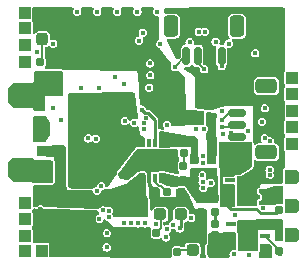
<source format=gbr>
%TF.GenerationSoftware,KiCad,Pcbnew,8.0.5*%
%TF.CreationDate,2024-10-20T03:46:06+02:00*%
%TF.ProjectId,cansatperso,63616e73-6174-4706-9572-736f2e6b6963,rev?*%
%TF.SameCoordinates,Original*%
%TF.FileFunction,Copper,L6,Bot*%
%TF.FilePolarity,Positive*%
%FSLAX46Y46*%
G04 Gerber Fmt 4.6, Leading zero omitted, Abs format (unit mm)*
G04 Created by KiCad (PCBNEW 8.0.5) date 2024-10-20 03:46:06*
%MOMM*%
%LPD*%
G01*
G04 APERTURE LIST*
G04 Aperture macros list*
%AMRoundRect*
0 Rectangle with rounded corners*
0 $1 Rounding radius*
0 $2 $3 $4 $5 $6 $7 $8 $9 X,Y pos of 4 corners*
0 Add a 4 corners polygon primitive as box body*
4,1,4,$2,$3,$4,$5,$6,$7,$8,$9,$2,$3,0*
0 Add four circle primitives for the rounded corners*
1,1,$1+$1,$2,$3*
1,1,$1+$1,$4,$5*
1,1,$1+$1,$6,$7*
1,1,$1+$1,$8,$9*
0 Add four rect primitives between the rounded corners*
20,1,$1+$1,$2,$3,$4,$5,0*
20,1,$1+$1,$4,$5,$6,$7,0*
20,1,$1+$1,$6,$7,$8,$9,0*
20,1,$1+$1,$8,$9,$2,$3,0*%
%AMOutline5P*
0 Free polygon, 5 corners , with rotation*
0 The origin of the aperture is its center*
0 number of corners: always 5*
0 $1 to $10 corner X, Y*
0 $11 Rotation angle, in degrees counterclockwise*
0 create outline with 5 corners*
4,1,5,$1,$2,$3,$4,$5,$6,$7,$8,$9,$10,$1,$2,$11*%
%AMOutline6P*
0 Free polygon, 6 corners , with rotation*
0 The origin of the aperture is its center*
0 number of corners: always 6*
0 $1 to $12 corner X, Y*
0 $13 Rotation angle, in degrees counterclockwise*
0 create outline with 6 corners*
4,1,6,$1,$2,$3,$4,$5,$6,$7,$8,$9,$10,$11,$12,$1,$2,$13*%
%AMOutline7P*
0 Free polygon, 7 corners , with rotation*
0 The origin of the aperture is its center*
0 number of corners: always 7*
0 $1 to $14 corner X, Y*
0 $15 Rotation angle, in degrees counterclockwise*
0 create outline with 7 corners*
4,1,7,$1,$2,$3,$4,$5,$6,$7,$8,$9,$10,$11,$12,$13,$14,$1,$2,$15*%
%AMOutline8P*
0 Free polygon, 8 corners , with rotation*
0 The origin of the aperture is its center*
0 number of corners: always 8*
0 $1 to $16 corner X, Y*
0 $17 Rotation angle, in degrees counterclockwise*
0 create outline with 8 corners*
4,1,8,$1,$2,$3,$4,$5,$6,$7,$8,$9,$10,$11,$12,$13,$14,$15,$16,$1,$2,$17*%
%AMFreePoly0*
4,1,8,1.000000,0.600000,1.000000,-1.000000,0.000000,-1.000000,-1.000000,-1.000000,-1.000000,0.600000,-0.600000,1.000000,0.600000,1.000000,1.000000,0.600000,1.000000,0.600000,$1*%
G04 Aperture macros list end*
%TA.AperFunction,SMDPad,CuDef*%
%ADD10R,1.000000X1.000000*%
%TD*%
%TA.AperFunction,ComponentPad*%
%ADD11Outline6P,-0.600000X0.360000X-0.360000X0.600000X0.360000X0.600000X0.600000X0.360000X0.600000X-0.600000X-0.600000X-0.600000X270.000000*%
%TD*%
%TA.AperFunction,ComponentPad*%
%ADD12FreePoly0,90.000000*%
%TD*%
%TA.AperFunction,SMDPad,CuDef*%
%ADD13RoundRect,0.155000X-0.155000X0.212500X-0.155000X-0.212500X0.155000X-0.212500X0.155000X0.212500X0*%
%TD*%
%TA.AperFunction,SMDPad,CuDef*%
%ADD14RoundRect,0.155000X0.212500X0.155000X-0.212500X0.155000X-0.212500X-0.155000X0.212500X-0.155000X0*%
%TD*%
%TA.AperFunction,SMDPad,CuDef*%
%ADD15RoundRect,0.160000X-0.160000X0.197500X-0.160000X-0.197500X0.160000X-0.197500X0.160000X0.197500X0*%
%TD*%
%TA.AperFunction,SMDPad,CuDef*%
%ADD16RoundRect,0.150000X0.625000X-0.150000X0.625000X0.150000X-0.625000X0.150000X-0.625000X-0.150000X0*%
%TD*%
%TA.AperFunction,SMDPad,CuDef*%
%ADD17RoundRect,0.250000X0.650000X-0.350000X0.650000X0.350000X-0.650000X0.350000X-0.650000X-0.350000X0*%
%TD*%
%TA.AperFunction,SMDPad,CuDef*%
%ADD18RoundRect,0.160000X-0.197500X-0.160000X0.197500X-0.160000X0.197500X0.160000X-0.197500X0.160000X0*%
%TD*%
%TA.AperFunction,SMDPad,CuDef*%
%ADD19R,2.050000X2.450000*%
%TD*%
%TA.AperFunction,SMDPad,CuDef*%
%ADD20RoundRect,0.250000X-0.412500X-1.100000X0.412500X-1.100000X0.412500X1.100000X-0.412500X1.100000X0*%
%TD*%
%TA.AperFunction,SMDPad,CuDef*%
%ADD21RoundRect,0.155000X-0.212500X-0.155000X0.212500X-0.155000X0.212500X0.155000X-0.212500X0.155000X0*%
%TD*%
%TA.AperFunction,SMDPad,CuDef*%
%ADD22RoundRect,0.160000X0.160000X-0.197500X0.160000X0.197500X-0.160000X0.197500X-0.160000X-0.197500X0*%
%TD*%
%TA.AperFunction,SMDPad,CuDef*%
%ADD23RoundRect,0.250000X0.350000X0.650000X-0.350000X0.650000X-0.350000X-0.650000X0.350000X-0.650000X0*%
%TD*%
%TA.AperFunction,SMDPad,CuDef*%
%ADD24RoundRect,0.150000X0.150000X0.625000X-0.150000X0.625000X-0.150000X-0.625000X0.150000X-0.625000X0*%
%TD*%
%TA.AperFunction,SMDPad,CuDef*%
%ADD25R,0.850000X0.300000*%
%TD*%
%TA.AperFunction,SMDPad,CuDef*%
%ADD26R,1.700000X2.500000*%
%TD*%
%TA.AperFunction,SMDPad,CuDef*%
%ADD27RoundRect,0.237500X0.237500X-0.287500X0.237500X0.287500X-0.237500X0.287500X-0.237500X-0.287500X0*%
%TD*%
%TA.AperFunction,SMDPad,CuDef*%
%ADD28RoundRect,0.250000X-1.100000X0.412500X-1.100000X-0.412500X1.100000X-0.412500X1.100000X0.412500X0*%
%TD*%
%TA.AperFunction,SMDPad,CuDef*%
%ADD29RoundRect,0.237500X-0.287500X-0.237500X0.287500X-0.237500X0.287500X0.237500X-0.287500X0.237500X0*%
%TD*%
%TA.AperFunction,SMDPad,CuDef*%
%ADD30RoundRect,0.250000X-0.900000X1.500000X-0.900000X-1.500000X0.900000X-1.500000X0.900000X1.500000X0*%
%TD*%
%TA.AperFunction,SMDPad,CuDef*%
%ADD31RoundRect,0.250000X0.450000X-0.350000X0.450000X0.350000X-0.450000X0.350000X-0.450000X-0.350000X0*%
%TD*%
%TA.AperFunction,SMDPad,CuDef*%
%ADD32R,0.300000X0.800000*%
%TD*%
%TA.AperFunction,SMDPad,CuDef*%
%ADD33R,2.480000X1.750000*%
%TD*%
%TA.AperFunction,ViaPad*%
%ADD34C,0.400000*%
%TD*%
%TA.AperFunction,Conductor*%
%ADD35C,0.150000*%
%TD*%
%TA.AperFunction,Conductor*%
%ADD36C,0.250000*%
%TD*%
G04 APERTURE END LIST*
D10*
%TO.P,,1*%
%TO.N,ADC2_IN17*%
X174500000Y-93530000D03*
%TD*%
D11*
%TO.P,REF\u002A\u002A2,1*%
%TO.N,TIM3_CHI_PWM4*%
X195660000Y-87340000D03*
%TD*%
D12*
%TO.P,,1*%
%TO.N,GND*%
X172680000Y-80400000D03*
%TD*%
D11*
%TO.P,REF\u002A\u002A1,5v*%
%TO.N,N/C*%
X195660000Y-89740000D03*
%TD*%
%TO.P,REF\u002A\u002A,1*%
%TO.N,GND*%
X195660000Y-92190000D03*
%TD*%
D12*
%TO.P,REF\u002A\u002A,1*%
%TO.N,BAT+*%
X172675000Y-86705000D03*
%TD*%
D13*
%TO.P,C19,1*%
%TO.N,GND*%
X194630000Y-87302500D03*
%TO.P,C19,2*%
%TO.N,+5V*%
X194630000Y-88437500D03*
%TD*%
D14*
%TO.P,C21,1*%
%TO.N,3.3VEN*%
X189145000Y-92250000D03*
%TO.P,C21,2*%
%TO.N,GND*%
X188010000Y-92250000D03*
%TD*%
D15*
%TO.P,R16,1*%
%TO.N,Net-(C26-Pad2)*%
X186500000Y-86352500D03*
%TO.P,R16,2*%
%TO.N,Net-(IC3-FB)*%
X186500000Y-87547500D03*
%TD*%
D13*
%TO.P,C27,1*%
%TO.N,Net-(IC3-COMP)*%
X187480000Y-85842500D03*
%TO.P,C27,2*%
%TO.N,Net-(IC3-FB)*%
X187480000Y-86977500D03*
%TD*%
D10*
%TO.P,,1*%
%TO.N,SWCLK{slash}I2C1_SDA*%
X173070000Y-90900000D03*
%TD*%
D16*
%TO.P,J3,1,Pin_1*%
%TO.N,3.3VEN*%
X191005000Y-83910000D03*
%TO.P,J3,2,Pin_2*%
%TO.N,USART1_RX_GPS*%
X191005000Y-82910000D03*
%TO.P,J3,3,Pin_3*%
%TO.N,USART1_TX_GPS*%
X191005000Y-81910000D03*
%TO.P,J3,4,Pin_4*%
%TO.N,GND*%
X191005000Y-80910000D03*
D17*
%TO.P,J3,MP*%
%TO.N,N/C*%
X193530000Y-85210000D03*
X193530000Y-79610000D03*
%TD*%
D18*
%TO.P,R15,1*%
%TO.N,Net-(IC3-FSW)*%
X185132500Y-88570000D03*
%TO.P,R15,2*%
%TO.N,GND*%
X186327500Y-88570000D03*
%TD*%
D19*
%TO.P,L2,1*%
%TO.N,Net-(D2-K)*%
X180060000Y-81670000D03*
%TO.P,L2,2*%
%TO.N,+5V*%
X180060000Y-75570000D03*
%TD*%
D20*
%TO.P,C29,1*%
%TO.N,+5V*%
X185117500Y-80200000D03*
%TO.P,C29,2*%
%TO.N,GND*%
X188242500Y-80200000D03*
%TD*%
D10*
%TO.P,,1*%
%TO.N,+3.3V*%
X173070000Y-76130000D03*
%TD*%
D21*
%TO.P,C28,1*%
%TO.N,+5V*%
X187722500Y-82380000D03*
%TO.P,C28,2*%
%TO.N,Net-(C28-Pad2)*%
X188857500Y-82380000D03*
%TD*%
D10*
%TO.P,,1*%
%TO.N,GPIO_EXTI1*%
X173070000Y-77580000D03*
%TD*%
D22*
%TO.P,R11,1*%
%TO.N,GND*%
X184200000Y-93207500D03*
%TO.P,R11,2*%
%TO.N,Net-(D5-K)*%
X184200000Y-92012500D03*
%TD*%
D23*
%TO.P,J4,*%
%TO.N,*%
X185440000Y-74530000D03*
D24*
%TO.P,J4,1,Pin_1*%
%TO.N,3.3VEN*%
X189740000Y-77055000D03*
%TO.P,J4,2,Pin_2*%
%TO.N,GND*%
X188740000Y-77055000D03*
%TO.P,J4,3,Pin_3*%
%TO.N,LPUART1_TX_RADIO*%
X187740000Y-77055000D03*
%TO.P,J4,4,Pin_4*%
%TO.N,LPUART1_RX_RADIO*%
X186740000Y-77055000D03*
D23*
%TO.P,J4,MP*%
%TO.N,N/C*%
X191040000Y-74530000D03*
%TD*%
D10*
%TO.P,,1*%
%TO.N,GND*%
X173080000Y-74720000D03*
%TD*%
%TO.P,,1*%
%TO.N,+5V*%
X173070000Y-73460000D03*
%TD*%
%TO.P,,1*%
%TO.N,I2C3_SDA_ACCEL*%
X195700000Y-83100000D03*
%TD*%
D21*
%TO.P,C25,1*%
%TO.N,VIN*%
X182932500Y-88530000D03*
%TO.P,C25,2*%
%TO.N,GND*%
X184067500Y-88530000D03*
%TD*%
D25*
%TO.P,IC5,1,GND*%
%TO.N,GND*%
X193400000Y-91320000D03*
%TO.P,IC5,2,EN*%
%TO.N,PWEN*%
X193400000Y-92270000D03*
%TO.P,IC5,3,VIN*%
%TO.N,+5V*%
X193400000Y-93220000D03*
%TO.P,IC5,4,VOUT*%
%TO.N,3.3VEN*%
X190500000Y-93220000D03*
%TO.P,IC5,5,VSENSE*%
X190500000Y-92270000D03*
%TO.P,IC5,6,ADJ/NC*%
%TO.N,unconnected-(IC5-ADJ{slash}NC-Pad6)*%
X190500000Y-91320000D03*
D26*
%TO.P,IC5,7,EP*%
%TO.N,GND*%
X191950000Y-92270000D03*
%TD*%
D15*
%TO.P,R22,1*%
%TO.N,GND*%
X174430000Y-81312500D03*
%TO.P,R22,2*%
%TO.N,ADC1_IN3_VBAT*%
X174430000Y-82507500D03*
%TD*%
%TO.P,R4,1*%
%TO.N,GND*%
X185960000Y-92470000D03*
%TO.P,R4,2*%
%TO.N,Net-(D4-K)*%
X185960000Y-93665000D03*
%TD*%
D27*
%TO.P,D1,1,K*%
%TO.N,Net-(D1-K)*%
X174550000Y-75605000D03*
%TO.P,D1,2,A*%
%TO.N,+5V*%
X174550000Y-73855000D03*
%TD*%
D28*
%TO.P,C24,1*%
%TO.N,VIN*%
X182080000Y-89967500D03*
%TO.P,C24,2*%
%TO.N,GND*%
X182080000Y-93092500D03*
%TD*%
D22*
%TO.P,R3,1*%
%TO.N,GND*%
X174390000Y-78767500D03*
%TO.P,R3,2*%
%TO.N,Net-(D1-K)*%
X174390000Y-77572500D03*
%TD*%
D10*
%TO.P,,1*%
%TO.N,I2C3_SCL_ACCEL*%
X195700000Y-84500000D03*
%TD*%
%TO.P,7,1*%
%TO.N,+3.3V*%
X195700000Y-80300000D03*
%TD*%
%TO.P,,1*%
%TO.N,+5V*%
X195700000Y-78890000D03*
%TD*%
%TO.P,,1*%
%TO.N,GND*%
X195700000Y-81690000D03*
%TD*%
D13*
%TO.P,C20,1*%
%TO.N,+3.3V*%
X194580000Y-90132500D03*
%TO.P,C20,2*%
%TO.N,GND*%
X194580000Y-91267500D03*
%TD*%
D15*
%TO.P,R19,1*%
%TO.N,Net-(IC3-FB)*%
X187970000Y-89062500D03*
%TO.P,R19,2*%
%TO.N,GND*%
X187970000Y-90257500D03*
%TD*%
%TO.P,R21,1*%
%TO.N,ADC1_IN3_VBAT*%
X174480000Y-83952500D03*
%TO.P,R21,2*%
%TO.N,VIN*%
X174480000Y-85147500D03*
%TD*%
D25*
%TO.P,IC2,1,GND*%
%TO.N,GND*%
X193310000Y-87570000D03*
%TO.P,IC2,2,EN*%
%TO.N,+5V*%
X193310000Y-88520000D03*
%TO.P,IC2,3,VIN*%
X193310000Y-89470000D03*
%TO.P,IC2,4,VOUT*%
%TO.N,+3.3V*%
X190410000Y-89470000D03*
%TO.P,IC2,5,VSENSE*%
X190410000Y-88520000D03*
%TO.P,IC2,6,ADJ/NC*%
%TO.N,unconnected-(IC2-ADJ{slash}NC-Pad6)*%
X190410000Y-87570000D03*
D26*
%TO.P,IC2,7,EP*%
%TO.N,GND*%
X191860000Y-88520000D03*
%TD*%
D13*
%TO.P,C26,1*%
%TO.N,Net-(IC3-COMP)*%
X186530000Y-84152500D03*
%TO.P,C26,2*%
%TO.N,Net-(C26-Pad2)*%
X186530000Y-85287500D03*
%TD*%
D21*
%TO.P,C18,1*%
%TO.N,GND*%
X188012500Y-91280000D03*
%TO.P,C18,2*%
%TO.N,+5V*%
X189147500Y-91280000D03*
%TD*%
D10*
%TO.P,,1*%
%TO.N,SWO*%
X173090000Y-89490000D03*
%TD*%
D29*
%TO.P,D5,1,K*%
%TO.N,Net-(D5-K)*%
X184550000Y-90470000D03*
%TO.P,D5,2,A*%
%TO.N,+3.3V*%
X186300000Y-90470000D03*
%TD*%
D15*
%TO.P,R17,1*%
%TO.N,Net-(C28-Pad2)*%
X188890000Y-85822500D03*
%TO.P,R17,2*%
%TO.N,Net-(IC3-FB)*%
X188890000Y-87017500D03*
%TD*%
D30*
%TO.P,D2,1,K*%
%TO.N,Net-(D2-K)*%
X177930000Y-86510000D03*
%TO.P,D2,2,A*%
%TO.N,GND*%
X177930000Y-91910000D03*
%TD*%
D15*
%TO.P,R1,1*%
%TO.N,GND*%
X194580000Y-92342500D03*
%TO.P,R1,2*%
%TO.N,PWEN*%
X194580000Y-93537500D03*
%TD*%
D29*
%TO.P,D4,1,K*%
%TO.N,Net-(D4-K)*%
X187275000Y-93480000D03*
%TO.P,D4,2,A*%
%TO.N,3.3VEN*%
X189025000Y-93480000D03*
%TD*%
D31*
%TO.P,R23,1*%
%TO.N,VIN*%
X174650000Y-88680000D03*
%TO.P,R23,2*%
%TO.N,BAT+*%
X174650000Y-86680000D03*
%TD*%
D22*
%TO.P,R18,1*%
%TO.N,+5V*%
X189150000Y-90267500D03*
%TO.P,R18,2*%
%TO.N,Net-(IC3-FB)*%
X189150000Y-89072500D03*
%TD*%
D10*
%TO.P,,1*%
%TO.N,SWDIO*%
X173070000Y-92300000D03*
%TD*%
D32*
%TO.P,IC3,1,OUT*%
%TO.N,Net-(D2-K)*%
X183090000Y-84410000D03*
%TO.P,IC3,2,SYNCH*%
%TO.N,unconnected-(IC3-SYNCH-Pad2)*%
X183590000Y-84410000D03*
%TO.P,IC3,3,EN*%
%TO.N,VIN*%
X184090000Y-84410000D03*
%TO.P,IC3,4,COMP*%
%TO.N,Net-(IC3-COMP)*%
X184590000Y-84410000D03*
%TO.P,IC3,5,FB*%
%TO.N,Net-(IC3-FB)*%
X184590000Y-87410000D03*
%TO.P,IC3,6,FSW*%
%TO.N,Net-(IC3-FSW)*%
X184090000Y-87410000D03*
%TO.P,IC3,7,GND*%
%TO.N,GND*%
X183590000Y-87410000D03*
%TO.P,IC3,8,V_CC*%
%TO.N,VIN*%
X183090000Y-87410000D03*
D33*
%TO.P,IC3,9,EP*%
%TO.N,GND*%
X183840000Y-85910000D03*
%TD*%
D10*
%TO.P,3,1*%
%TO.N,NRST*%
X173080000Y-93590000D03*
%TD*%
D34*
%TO.N,GND*%
X176360000Y-93120000D03*
X176050000Y-79740000D03*
X184730000Y-85210000D03*
X176140000Y-82470000D03*
X194760000Y-91990000D03*
X194760000Y-76690000D03*
X195710000Y-81720000D03*
X192250000Y-88020000D03*
X182160000Y-85940000D03*
X188780000Y-77860000D03*
X188060000Y-80840000D03*
X191100000Y-73300000D03*
X174140000Y-76740000D03*
X182600000Y-73300000D03*
X189650000Y-79120000D03*
X190880000Y-79060000D03*
X175390000Y-93170000D03*
X180900000Y-73300000D03*
X185500000Y-89530000D03*
X183680000Y-78680000D03*
X178400000Y-90820000D03*
X173080000Y-74720000D03*
X186810000Y-92670000D03*
X182750000Y-85180000D03*
X194760000Y-85190000D03*
X186380000Y-89540000D03*
X183870000Y-86560000D03*
X185770000Y-86240000D03*
X177800000Y-79760000D03*
X175330000Y-93790000D03*
X182730000Y-75760000D03*
X179090000Y-84050000D03*
X191820000Y-87500000D03*
X192290000Y-91270000D03*
X177500000Y-73300000D03*
X188800000Y-87800000D03*
X174340000Y-78550000D03*
X183840000Y-85180000D03*
X179390000Y-79780000D03*
X175330000Y-92590000D03*
X183670000Y-77690000D03*
X187970000Y-90257500D03*
X178860000Y-92680000D03*
X187700000Y-73300000D03*
X184670000Y-89530000D03*
X184040000Y-93547500D03*
X182700000Y-93770000D03*
X194580000Y-91267500D03*
X189400000Y-73300000D03*
X174340000Y-80170000D03*
X178930000Y-93810000D03*
X189690000Y-80400000D03*
X182750000Y-86610000D03*
X179200000Y-73300000D03*
X181370000Y-87230000D03*
X192770000Y-77880000D03*
X178450000Y-84040000D03*
X181450000Y-79430000D03*
X192420000Y-91820000D03*
X187000000Y-91430000D03*
X174390000Y-90040000D03*
X183600000Y-79750000D03*
X191330000Y-77620000D03*
X185670000Y-85170000D03*
X181840000Y-86720000D03*
X194760000Y-80090000D03*
X181000000Y-93770000D03*
X177480000Y-92630000D03*
X184300000Y-73300000D03*
X177600000Y-93770000D03*
X186000000Y-73300000D03*
X188010000Y-79360000D03*
X192600000Y-87500000D03*
%TO.N,+3.3V*%
X193380000Y-84040000D03*
X190050000Y-89490000D03*
X189750000Y-81710000D03*
X193800000Y-86700000D03*
X189950000Y-84530000D03*
X187800000Y-75020000D03*
X190440000Y-89030000D03*
X190070000Y-85070000D03*
X193830000Y-84270000D03*
X195710000Y-80320000D03*
X173070000Y-76130000D03*
X186180000Y-91660000D03*
X188320000Y-75010000D03*
X185110000Y-91730000D03*
X192570000Y-76830000D03*
X183050000Y-75090000D03*
X193816587Y-87131306D03*
X181530000Y-82570000D03*
X193150000Y-82610000D03*
X185020000Y-92422500D03*
%TO.N,NRST*%
X173080000Y-93590000D03*
X179380000Y-90850660D03*
%TO.N,USART3_RX*%
X180000000Y-93270000D03*
X182345000Y-82715000D03*
%TO.N,SDDETECT*%
X193396250Y-81483750D03*
X184190000Y-91260000D03*
%TO.N,VIN*%
X175470000Y-81450000D03*
X182950430Y-81600789D03*
X174480000Y-85147500D03*
%TO.N,+5V*%
X177340000Y-74380000D03*
X189147500Y-91280000D03*
X193490000Y-93810000D03*
X181560000Y-74390000D03*
X173070000Y-73460000D03*
X181541494Y-73890340D03*
X175170000Y-73890000D03*
X175170000Y-74330000D03*
X194280000Y-88840000D03*
X194280000Y-89310000D03*
X195710000Y-78920000D03*
%TO.N,ADC1_IN3_VBAT*%
X174770000Y-83300000D03*
X179180000Y-88470000D03*
%TO.N,ADC1_IN2_CURR*%
X180720000Y-78872500D03*
X179541191Y-88089171D03*
%TO.N,I2C3_SDA_ACCEL*%
X185110000Y-82870000D03*
X195710000Y-83120000D03*
X189860000Y-83705000D03*
%TO.N,I2C3_SCL_ACCEL*%
X188090000Y-87150000D03*
X191937000Y-83410000D03*
X195710000Y-84520000D03*
%TO.N,3.3VEN*%
X189655249Y-93721215D03*
X189160000Y-93790000D03*
X189740000Y-77920000D03*
X190530166Y-83559834D03*
X189610000Y-93200000D03*
%TO.N,SPI1_CS_SD*%
X182650000Y-91240000D03*
X190330000Y-76010000D03*
%TO.N,SPI1_MISO_SD*%
X181480000Y-91210000D03*
X184510000Y-76050000D03*
%TO.N,SPI1_SCK_SD*%
X180225170Y-90704168D03*
X187020000Y-75880000D03*
%TO.N,SPI1_MOSI_SD*%
X189220000Y-75840000D03*
X182060000Y-91220000D03*
%TO.N,USART1_RX_GPS*%
X189730000Y-83060000D03*
X183132230Y-82772331D03*
%TO.N,USART1_TX_GPS*%
X183185000Y-83269541D03*
X189760000Y-82490000D03*
%TO.N,LPUART1_RX_RADIO*%
X185760000Y-77960000D03*
X179690000Y-90100000D03*
%TO.N,LPUART1_TX_RADIO*%
X187160000Y-90760000D03*
X188260000Y-78180000D03*
%TO.N,GPIO_EXTI1*%
X173070000Y-77580000D03*
X183230000Y-91230000D03*
%TO.N,SWO*%
X183310000Y-82305000D03*
X173090000Y-89490000D03*
%TO.N,SWDIO*%
X188230000Y-83220000D03*
X173070000Y-92300000D03*
%TO.N,SWCLK{slash}I2C1_SDA*%
X173070000Y-90900000D03*
X187585000Y-83220000D03*
%TO.N,TIM3_CHI_PWM4*%
X188120000Y-87730000D03*
%TO.N,USART3_TX*%
X185620000Y-91330000D03*
X180020000Y-92060000D03*
%TO.N,D+*%
X193220000Y-89955000D03*
X188120000Y-85490000D03*
%TO.N,D-*%
X190860000Y-90540000D03*
X188150000Y-86110000D03*
%TO.N,BAT+*%
X174650000Y-86680000D03*
X175470000Y-76026000D03*
%TO.N,PWEN*%
X188180000Y-88240000D03*
X194690000Y-93860000D03*
%TO.N,USBD+*%
X192060000Y-93870000D03*
%TO.N,USBD-*%
X190740000Y-93860000D03*
%TO.N,ADC2_IN17*%
X180190000Y-90150000D03*
X174500000Y-93530000D03*
%TD*%
D35*
%TO.N,GND*%
X188780000Y-77860000D02*
X188780000Y-77095000D01*
X193400000Y-91320000D02*
X193557500Y-91320000D01*
X188780000Y-77095000D02*
X188740000Y-77055000D01*
D36*
%TO.N,+3.3V*%
X193043959Y-90380000D02*
X194332500Y-90380000D01*
X190555000Y-89995000D02*
X192658959Y-89995000D01*
X186300000Y-91540000D02*
X186180000Y-91660000D01*
X192658959Y-89995000D02*
X193043959Y-90380000D01*
X190050000Y-89490000D02*
X190555000Y-89995000D01*
X194332500Y-90380000D02*
X194580000Y-90132500D01*
X186300000Y-90470000D02*
X186300000Y-91540000D01*
%TO.N,VIN*%
X183486041Y-81880000D02*
X184090000Y-82483959D01*
X183229641Y-81880000D02*
X183486041Y-81880000D01*
X182950430Y-81600789D02*
X183229641Y-81880000D01*
X184090000Y-82483959D02*
X184090000Y-84410000D01*
D35*
%TO.N,Net-(C26-Pad2)*%
X186530000Y-86322500D02*
X186500000Y-86352500D01*
X186530000Y-85287500D02*
X186530000Y-86322500D01*
D36*
%TO.N,+5V*%
X189147500Y-91280000D02*
X189150000Y-91277500D01*
X189150000Y-91277500D02*
X189150000Y-90267500D01*
D35*
%TO.N,Net-(IC3-FSW)*%
X184622500Y-88060000D02*
X185132500Y-88570000D01*
X184390000Y-88060000D02*
X184622500Y-88060000D01*
X184090000Y-87760000D02*
X184390000Y-88060000D01*
X184090000Y-87410000D02*
X184090000Y-87760000D01*
D36*
%TO.N,3.3VEN*%
X189740000Y-77920000D02*
X189740000Y-77055000D01*
D35*
%TO.N,USART1_RX_GPS*%
X189730000Y-83060000D02*
X190855000Y-83060000D01*
X190855000Y-83060000D02*
X191005000Y-82910000D01*
%TO.N,USART1_TX_GPS*%
X189760000Y-82490000D02*
X190340000Y-81910000D01*
X190340000Y-81910000D02*
X191005000Y-81910000D01*
%TO.N,LPUART1_RX_RADIO*%
X186665000Y-77055000D02*
X185760000Y-77960000D01*
X186740000Y-77055000D02*
X186665000Y-77055000D01*
%TO.N,LPUART1_TX_RADIO*%
X187740000Y-77660000D02*
X188260000Y-78180000D01*
X187740000Y-77055000D02*
X187740000Y-77660000D01*
%TO.N,PWEN*%
X194690000Y-93560000D02*
X193400000Y-92270000D01*
X194690000Y-93860000D02*
X194690000Y-93560000D01*
%TO.N,Net-(D1-K)*%
X174550000Y-75605000D02*
X174550000Y-77412500D01*
X174550000Y-77412500D02*
X174390000Y-77572500D01*
%TO.N,Net-(D4-K)*%
X186145000Y-93480000D02*
X185960000Y-93665000D01*
X187275000Y-93480000D02*
X186145000Y-93480000D01*
%TO.N,Net-(D5-K)*%
X184565000Y-91647500D02*
X184565000Y-90485000D01*
X184565000Y-90485000D02*
X184550000Y-90470000D01*
X184200000Y-92012500D02*
X184565000Y-91647500D01*
%TD*%
%TA.AperFunction,Conductor*%
%TO.N,Net-(IC3-COMP)*%
G36*
X186980000Y-83820000D02*
G01*
X187485953Y-83863616D01*
X187551053Y-83888986D01*
X187589276Y-83938312D01*
X187700231Y-84197207D01*
X187710251Y-84244794D01*
X187728746Y-86066543D01*
X187709743Y-86133779D01*
X187657406Y-86180068D01*
X187606549Y-86191789D01*
X187171305Y-86198097D01*
X187103987Y-86179386D01*
X187057472Y-86127251D01*
X187045622Y-86068804D01*
X187100000Y-84800000D01*
X187099999Y-84799999D01*
X186847239Y-84800928D01*
X186796698Y-84790364D01*
X186796019Y-84790064D01*
X186756156Y-84772463D01*
X186749771Y-84771722D01*
X186730619Y-84769500D01*
X186730616Y-84769500D01*
X186329384Y-84769500D01*
X186329380Y-84769500D01*
X186303844Y-84772463D01*
X186303839Y-84772464D01*
X186257979Y-84792713D01*
X186208351Y-84803277D01*
X184514956Y-84809502D01*
X184447844Y-84790064D01*
X184401896Y-84737429D01*
X184390500Y-84685503D01*
X184390500Y-84458989D01*
X184390549Y-84455497D01*
X184397825Y-84197207D01*
X184416019Y-83551299D01*
X184437584Y-83484844D01*
X184491655Y-83440594D01*
X184559577Y-83432354D01*
X186980000Y-83820000D01*
G37*
%TD.AperFunction*%
%TD*%
%TA.AperFunction,Conductor*%
%TO.N,+3.3V*%
G36*
X192222295Y-84330095D02*
G01*
X192268425Y-84382572D01*
X192280000Y-84434885D01*
X192280000Y-86421332D01*
X192260315Y-86488371D01*
X192221797Y-86526436D01*
X191304620Y-87100604D01*
X191238823Y-87119500D01*
X190995178Y-87119500D01*
X190951282Y-87128231D01*
X190951275Y-87128234D01*
X190901496Y-87161495D01*
X190866153Y-87214391D01*
X190812541Y-87259196D01*
X190763051Y-87269500D01*
X189970178Y-87269500D01*
X189926282Y-87278231D01*
X189926275Y-87278234D01*
X189876496Y-87311495D01*
X189876495Y-87311496D01*
X189843234Y-87361275D01*
X189843231Y-87361282D01*
X189834500Y-87405177D01*
X189834500Y-87405180D01*
X189834500Y-87734820D01*
X189834500Y-87734822D01*
X189834499Y-87734822D01*
X189843231Y-87778717D01*
X189843232Y-87778721D01*
X189843233Y-87778722D01*
X189876496Y-87828504D01*
X189926278Y-87861767D01*
X189926281Y-87861767D01*
X189926282Y-87861768D01*
X189970177Y-87870500D01*
X190735500Y-87870500D01*
X190802539Y-87890185D01*
X190848294Y-87942989D01*
X190859500Y-87994500D01*
X190859500Y-89723322D01*
X190839815Y-89790361D01*
X190787011Y-89836116D01*
X190734700Y-89847319D01*
X189720326Y-89840776D01*
X189653415Y-89820660D01*
X189608002Y-89767562D01*
X189597162Y-89719712D01*
X189590393Y-89432836D01*
X189600925Y-89379831D01*
X189617487Y-89342322D01*
X189617486Y-89342322D01*
X189617488Y-89342320D01*
X189620500Y-89316357D01*
X189620499Y-88828644D01*
X189619498Y-88820009D01*
X189617489Y-88802684D01*
X189617488Y-88802682D01*
X189617488Y-88802680D01*
X189583105Y-88724809D01*
X189572576Y-88677659D01*
X189472973Y-84456022D01*
X189491071Y-84388539D01*
X189542781Y-84341551D01*
X189596052Y-84329102D01*
X190208586Y-84324743D01*
X190259552Y-84335306D01*
X190310005Y-84357584D01*
X190310007Y-84357584D01*
X190310009Y-84357585D01*
X190335135Y-84360500D01*
X191674864Y-84360499D01*
X191674879Y-84360497D01*
X191674882Y-84360497D01*
X191699987Y-84357586D01*
X191699987Y-84357585D01*
X191699991Y-84357585D01*
X191776518Y-84323795D01*
X191825716Y-84313233D01*
X192155119Y-84310888D01*
X192222295Y-84330095D01*
G37*
%TD.AperFunction*%
%TD*%
%TA.AperFunction,Conductor*%
%TO.N,GND*%
G36*
X194830897Y-90861972D02*
G01*
X194878367Y-90913240D01*
X194891324Y-90967148D01*
X194908674Y-92632765D01*
X194889689Y-92700006D01*
X194837365Y-92746309D01*
X194782774Y-92758042D01*
X194385887Y-92751936D01*
X194319158Y-92731223D01*
X194274221Y-92677721D01*
X194263852Y-92624157D01*
X194279425Y-92115464D01*
X194290000Y-91770000D01*
X192810000Y-91770000D01*
X192802892Y-93020929D01*
X192801632Y-93037869D01*
X192795000Y-93083996D01*
X192795000Y-93406000D01*
X192775315Y-93473039D01*
X192722511Y-93518794D01*
X192671000Y-93530000D01*
X192163634Y-93530000D01*
X192144237Y-93528473D01*
X192083127Y-93518794D01*
X192060001Y-93515131D01*
X192059999Y-93515131D01*
X192036873Y-93518794D01*
X191975762Y-93528473D01*
X191956366Y-93530000D01*
X191228396Y-93530000D01*
X191161357Y-93510315D01*
X191115602Y-93457511D01*
X191104712Y-93397153D01*
X191105000Y-93393126D01*
X191105000Y-92115464D01*
X191105000Y-92115463D01*
X191101307Y-92081773D01*
X191089666Y-92029319D01*
X191089665Y-92029317D01*
X191089664Y-92029314D01*
X191081368Y-92012997D01*
X191067905Y-91957755D01*
X191064783Y-91551872D01*
X191067160Y-91526741D01*
X191075500Y-91484820D01*
X191075500Y-91155180D01*
X191066767Y-91111278D01*
X191066766Y-91111277D01*
X191064384Y-91099300D01*
X191066187Y-91098941D01*
X191061106Y-91073893D01*
X191060941Y-91052417D01*
X191080109Y-90985231D01*
X191132560Y-90939072D01*
X191182395Y-90927493D01*
X193990000Y-90870000D01*
X194763248Y-90844507D01*
X194830897Y-90861972D01*
G37*
%TD.AperFunction*%
%TD*%
%TA.AperFunction,Conductor*%
%TO.N,Net-(C28-Pad2)*%
G36*
X189207019Y-81863242D02*
G01*
X189272876Y-81886575D01*
X189315665Y-81941809D01*
X189324070Y-81993024D01*
X189289999Y-82699986D01*
X189299989Y-85027631D01*
X189299919Y-85032364D01*
X189264061Y-86090201D01*
X189242116Y-86156535D01*
X189187793Y-86200475D01*
X189140132Y-86210000D01*
X188634000Y-86210000D01*
X188566961Y-86190315D01*
X188521206Y-86137511D01*
X188510000Y-86086000D01*
X188510000Y-85449984D01*
X188485004Y-84650134D01*
X188450635Y-83550339D01*
X188468215Y-83482721D01*
X188486887Y-83458794D01*
X188517095Y-83428587D01*
X188567500Y-83329661D01*
X188567500Y-83329659D01*
X188567501Y-83329658D01*
X188584869Y-83220002D01*
X188584869Y-83219997D01*
X188567501Y-83110341D01*
X188567500Y-83110339D01*
X188517095Y-83011413D01*
X188465832Y-82960150D01*
X188432346Y-82898827D01*
X188429573Y-82876353D01*
X188420060Y-82571920D01*
X188420000Y-82568047D01*
X188420000Y-81950999D01*
X188439685Y-81883960D01*
X188492489Y-81838205D01*
X188550798Y-81827186D01*
X189207019Y-81863242D01*
G37*
%TD.AperFunction*%
%TD*%
%TA.AperFunction,Conductor*%
%TO.N,GND*%
G36*
X195012539Y-72960185D02*
G01*
X195058294Y-73012989D01*
X195069500Y-73064500D01*
X195069500Y-78262204D01*
X195068305Y-78262204D01*
X195063200Y-78319233D01*
X195062374Y-78321280D01*
X195058232Y-78331279D01*
X195049500Y-78375177D01*
X195049500Y-78375180D01*
X195049500Y-79404820D01*
X195049500Y-79404822D01*
X195049499Y-79404822D01*
X195058231Y-79448717D01*
X195058234Y-79448724D01*
X195091495Y-79498503D01*
X195095761Y-79502769D01*
X195129246Y-79564092D01*
X195132080Y-79590790D01*
X195132055Y-79599913D01*
X195112186Y-79666898D01*
X195095740Y-79687251D01*
X195091494Y-79691496D01*
X195058233Y-79741276D01*
X195058231Y-79741282D01*
X195049500Y-79785177D01*
X195049500Y-79785180D01*
X195049500Y-80814820D01*
X195049500Y-80814822D01*
X195049499Y-80814822D01*
X195058231Y-80858717D01*
X195058234Y-80858724D01*
X195091496Y-80908505D01*
X195092011Y-80909020D01*
X195092772Y-80910415D01*
X195098281Y-80918659D01*
X195097542Y-80919152D01*
X195125493Y-80970345D01*
X195128325Y-80997027D01*
X195124558Y-82407401D01*
X195104694Y-82474388D01*
X195094479Y-82487029D01*
X195058233Y-82541276D01*
X195058231Y-82541282D01*
X195049500Y-82585177D01*
X195049500Y-82585180D01*
X195049500Y-83614820D01*
X195049500Y-83614822D01*
X195049499Y-83614822D01*
X195058231Y-83658717D01*
X195058234Y-83658724D01*
X195098281Y-83718659D01*
X195095061Y-83720809D01*
X195118034Y-83762880D01*
X195120868Y-83789571D01*
X195120810Y-83811152D01*
X195100945Y-83878139D01*
X195097915Y-83881889D01*
X195058232Y-83941279D01*
X195058231Y-83941282D01*
X195049500Y-83985177D01*
X195049500Y-83985180D01*
X195049500Y-85014820D01*
X195049500Y-85014822D01*
X195049499Y-85014822D01*
X195060149Y-85068357D01*
X195060151Y-85116732D01*
X195059500Y-85120005D01*
X195059500Y-86493051D01*
X195039815Y-86560090D01*
X195004391Y-86596153D01*
X194951495Y-86631496D01*
X194918234Y-86681275D01*
X194918231Y-86681282D01*
X194909500Y-86725177D01*
X194909500Y-87739113D01*
X194889815Y-87806152D01*
X194837011Y-87851907D01*
X194786692Y-87863107D01*
X193030000Y-87879999D01*
X193030000Y-87880000D01*
X193023457Y-88099200D01*
X193001781Y-88165622D01*
X192947635Y-88209781D01*
X192899512Y-88219500D01*
X192870178Y-88219500D01*
X192826282Y-88228231D01*
X192826275Y-88228234D01*
X192776496Y-88261495D01*
X192776495Y-88261496D01*
X192743234Y-88311275D01*
X192743231Y-88311282D01*
X192734500Y-88355177D01*
X192734500Y-88355180D01*
X192734500Y-88684820D01*
X192734500Y-88684822D01*
X192734499Y-88684822D01*
X192743231Y-88728717D01*
X192743234Y-88728724D01*
X192775061Y-88776357D01*
X192776496Y-88778504D01*
X192826278Y-88811767D01*
X192826281Y-88811767D01*
X192826282Y-88811768D01*
X192870177Y-88820500D01*
X192874168Y-88820500D01*
X192876181Y-88821091D01*
X192876240Y-88821097D01*
X192876238Y-88821108D01*
X192941207Y-88840185D01*
X192986962Y-88892989D01*
X192998113Y-88948200D01*
X192995098Y-89049200D01*
X192973422Y-89115622D01*
X192919276Y-89159781D01*
X192876198Y-89168481D01*
X192876240Y-89168903D01*
X192872081Y-89169312D01*
X192871153Y-89169500D01*
X192870178Y-89169500D01*
X192826282Y-89178231D01*
X192826275Y-89178234D01*
X192776496Y-89211495D01*
X192776495Y-89211496D01*
X192743234Y-89261275D01*
X192743231Y-89261282D01*
X192734500Y-89305177D01*
X192734500Y-89595500D01*
X192714815Y-89662539D01*
X192662011Y-89708294D01*
X192610500Y-89719500D01*
X191276000Y-89719500D01*
X191208961Y-89699815D01*
X191163206Y-89647011D01*
X191152004Y-89594528D01*
X191158070Y-88821091D01*
X191169281Y-87391582D01*
X191189491Y-87324702D01*
X191242652Y-87279362D01*
X191275996Y-87269768D01*
X191281746Y-87268959D01*
X191347543Y-87250063D01*
X191387131Y-87232407D01*
X192237604Y-86699997D01*
X193445131Y-86699997D01*
X193445131Y-86700002D01*
X193462498Y-86809658D01*
X193496115Y-86875635D01*
X193509011Y-86944304D01*
X193496117Y-86988220D01*
X193479085Y-87021648D01*
X193461718Y-87131303D01*
X193461718Y-87131308D01*
X193479085Y-87240964D01*
X193529491Y-87339891D01*
X193529496Y-87339898D01*
X193607994Y-87418396D01*
X193607997Y-87418398D01*
X193608000Y-87418401D01*
X193706926Y-87468806D01*
X193706928Y-87468807D01*
X193816585Y-87486175D01*
X193816587Y-87486175D01*
X193816589Y-87486175D01*
X193926245Y-87468807D01*
X193926246Y-87468806D01*
X193926248Y-87468806D01*
X194025174Y-87418401D01*
X194103682Y-87339893D01*
X194154087Y-87240967D01*
X194154087Y-87240965D01*
X194154088Y-87240964D01*
X194171456Y-87131308D01*
X194171456Y-87131303D01*
X194154088Y-87021649D01*
X194154087Y-87021647D01*
X194154087Y-87021645D01*
X194120469Y-86955666D01*
X194107574Y-86887001D01*
X194120469Y-86843085D01*
X194137500Y-86809661D01*
X194138580Y-86802845D01*
X194154869Y-86700002D01*
X194154869Y-86699997D01*
X194137501Y-86590341D01*
X194137500Y-86590339D01*
X194087095Y-86491413D01*
X194087092Y-86491410D01*
X194087090Y-86491407D01*
X194008592Y-86412909D01*
X194008588Y-86412906D01*
X194008587Y-86412905D01*
X193973884Y-86395223D01*
X193909658Y-86362498D01*
X193800002Y-86345131D01*
X193799998Y-86345131D01*
X193690341Y-86362498D01*
X193591414Y-86412904D01*
X193591407Y-86412909D01*
X193512909Y-86491407D01*
X193512904Y-86491414D01*
X193462498Y-86590341D01*
X193445131Y-86699997D01*
X192237604Y-86699997D01*
X192304308Y-86658239D01*
X192331100Y-86637040D01*
X192369618Y-86598975D01*
X192403131Y-86542870D01*
X192423137Y-86522429D01*
X192429999Y-86510001D01*
X192429998Y-86510000D01*
X192430000Y-86510000D01*
X192429922Y-86469230D01*
X192431184Y-86451349D01*
X192435500Y-86421332D01*
X192435500Y-85981255D01*
X192455185Y-85914216D01*
X192507989Y-85868461D01*
X192577147Y-85858517D01*
X192632635Y-85883857D01*
X192633759Y-85882311D01*
X192641653Y-85888045D01*
X192641658Y-85888050D01*
X192733408Y-85934799D01*
X192754698Y-85945647D01*
X192848475Y-85960499D01*
X192848481Y-85960500D01*
X194211518Y-85960499D01*
X194305304Y-85945646D01*
X194418342Y-85888050D01*
X194508050Y-85798342D01*
X194565646Y-85685304D01*
X194565646Y-85685302D01*
X194565647Y-85685301D01*
X194580499Y-85591524D01*
X194580500Y-85591519D01*
X194580499Y-84828482D01*
X194565646Y-84734696D01*
X194508050Y-84621658D01*
X194508046Y-84621654D01*
X194508045Y-84621652D01*
X194418347Y-84531954D01*
X194418344Y-84531952D01*
X194418342Y-84531950D01*
X194341517Y-84492805D01*
X194305301Y-84474352D01*
X194278715Y-84470142D01*
X194215580Y-84440213D01*
X194178649Y-84380901D01*
X194175640Y-84328271D01*
X194184869Y-84270001D01*
X194184869Y-84269997D01*
X194167501Y-84160341D01*
X194152037Y-84129991D01*
X194117095Y-84061413D01*
X194117092Y-84061410D01*
X194117090Y-84061407D01*
X194038592Y-83982909D01*
X194038588Y-83982906D01*
X194038587Y-83982905D01*
X194034743Y-83980946D01*
X193939658Y-83932498D01*
X193830002Y-83915131D01*
X193830000Y-83915131D01*
X193807709Y-83918661D01*
X193738416Y-83909704D01*
X193684965Y-83864707D01*
X193677836Y-83852494D01*
X193667095Y-83831413D01*
X193667093Y-83831411D01*
X193667090Y-83831407D01*
X193588592Y-83752909D01*
X193588588Y-83752906D01*
X193588587Y-83752905D01*
X193525595Y-83720809D01*
X193489658Y-83702498D01*
X193380002Y-83685131D01*
X193379998Y-83685131D01*
X193270341Y-83702498D01*
X193171414Y-83752904D01*
X193171407Y-83752909D01*
X193092909Y-83831407D01*
X193092904Y-83831414D01*
X193042498Y-83930341D01*
X193025131Y-84039997D01*
X193025131Y-84040002D01*
X193042498Y-84149658D01*
X193092904Y-84248585D01*
X193098644Y-84256486D01*
X193097372Y-84257409D01*
X193125621Y-84309142D01*
X193120637Y-84378834D01*
X193078765Y-84434767D01*
X193013301Y-84459184D01*
X193004456Y-84459500D01*
X192848482Y-84459500D01*
X192767519Y-84472323D01*
X192754696Y-84474354D01*
X192641658Y-84531950D01*
X192641657Y-84531951D01*
X192633759Y-84537689D01*
X192631712Y-84534872D01*
X192585858Y-84559911D01*
X192516166Y-84554927D01*
X192460233Y-84513055D01*
X192435816Y-84447591D01*
X192435500Y-84438745D01*
X192435500Y-84434887D01*
X192435499Y-84434880D01*
X192431827Y-84401284D01*
X192428828Y-84387733D01*
X192425899Y-84361185D01*
X192422557Y-82609997D01*
X192795131Y-82609997D01*
X192795131Y-82610002D01*
X192812498Y-82719658D01*
X192862904Y-82818585D01*
X192862909Y-82818592D01*
X192941407Y-82897090D01*
X192941410Y-82897092D01*
X192941413Y-82897095D01*
X193040339Y-82947500D01*
X193040341Y-82947501D01*
X193149998Y-82964869D01*
X193150000Y-82964869D01*
X193150002Y-82964869D01*
X193259658Y-82947501D01*
X193259659Y-82947500D01*
X193259661Y-82947500D01*
X193358587Y-82897095D01*
X193437095Y-82818587D01*
X193487500Y-82719661D01*
X193487500Y-82719659D01*
X193487501Y-82719658D01*
X193504869Y-82610002D01*
X193504869Y-82609997D01*
X193487501Y-82500341D01*
X193466692Y-82459501D01*
X193437095Y-82401413D01*
X193437092Y-82401410D01*
X193437090Y-82401407D01*
X193358592Y-82322909D01*
X193358588Y-82322906D01*
X193358587Y-82322905D01*
X193337589Y-82312206D01*
X193259658Y-82272498D01*
X193150002Y-82255131D01*
X193149998Y-82255131D01*
X193040341Y-82272498D01*
X192941414Y-82322904D01*
X192941407Y-82322909D01*
X192862909Y-82401407D01*
X192862904Y-82401414D01*
X192812498Y-82500341D01*
X192795131Y-82609997D01*
X192422557Y-82609997D01*
X192420408Y-81483747D01*
X193041381Y-81483747D01*
X193041381Y-81483752D01*
X193058748Y-81593408D01*
X193109154Y-81692335D01*
X193109159Y-81692342D01*
X193187657Y-81770840D01*
X193187660Y-81770842D01*
X193187663Y-81770845D01*
X193227895Y-81791344D01*
X193286591Y-81821251D01*
X193396248Y-81838619D01*
X193396250Y-81838619D01*
X193396252Y-81838619D01*
X193505908Y-81821251D01*
X193505909Y-81821250D01*
X193505911Y-81821250D01*
X193604837Y-81770845D01*
X193683345Y-81692337D01*
X193733750Y-81593411D01*
X193733750Y-81593409D01*
X193733751Y-81593408D01*
X193751119Y-81483752D01*
X193751119Y-81483747D01*
X193733751Y-81374091D01*
X193724090Y-81355131D01*
X193683345Y-81275163D01*
X193683342Y-81275160D01*
X193683340Y-81275157D01*
X193604842Y-81196659D01*
X193604838Y-81196656D01*
X193604837Y-81196655D01*
X193576312Y-81182121D01*
X193505908Y-81146248D01*
X193396252Y-81128881D01*
X193396248Y-81128881D01*
X193286591Y-81146248D01*
X193187664Y-81196654D01*
X193187657Y-81196659D01*
X193109159Y-81275157D01*
X193109154Y-81275164D01*
X193058748Y-81374091D01*
X193041381Y-81483747D01*
X192420408Y-81483747D01*
X192420000Y-81270000D01*
X192419999Y-81270000D01*
X190040000Y-81290000D01*
X190039997Y-81290000D01*
X189833646Y-81355163D01*
X189776910Y-81359393D01*
X189761134Y-81356894D01*
X189750000Y-81355131D01*
X189749999Y-81355131D01*
X189749998Y-81355131D01*
X189640341Y-81372498D01*
X189541411Y-81422904D01*
X189526973Y-81437343D01*
X189476634Y-81467904D01*
X188921221Y-81643298D01*
X188877776Y-81648904D01*
X188372800Y-81624010D01*
X188314368Y-81606042D01*
X188256848Y-81570982D01*
X188189811Y-81551298D01*
X188189803Y-81551296D01*
X188146002Y-81544999D01*
X188146001Y-81544999D01*
X187820481Y-81544999D01*
X187801082Y-81543472D01*
X187772741Y-81538983D01*
X187735852Y-81526998D01*
X187732878Y-81525482D01*
X187701937Y-81513674D01*
X187701935Y-81513673D01*
X187701934Y-81513673D01*
X187651172Y-81500283D01*
X187651159Y-81500281D01*
X187651154Y-81500280D01*
X187618448Y-81495295D01*
X187618428Y-81495293D01*
X187600762Y-81494505D01*
X187534667Y-81471851D01*
X187491311Y-81417060D01*
X187482298Y-81369284D01*
X187505653Y-79228475D01*
X192479500Y-79228475D01*
X192479500Y-79991517D01*
X192490292Y-80059657D01*
X192494354Y-80085304D01*
X192551950Y-80198342D01*
X192551952Y-80198344D01*
X192551954Y-80198347D01*
X192641652Y-80288045D01*
X192641654Y-80288046D01*
X192641658Y-80288050D01*
X192754694Y-80345645D01*
X192754698Y-80345647D01*
X192848475Y-80360499D01*
X192848481Y-80360500D01*
X194211518Y-80360499D01*
X194305304Y-80345646D01*
X194418342Y-80288050D01*
X194508050Y-80198342D01*
X194565646Y-80085304D01*
X194565646Y-80085302D01*
X194565647Y-80085301D01*
X194580499Y-79991524D01*
X194580500Y-79991519D01*
X194580499Y-79228482D01*
X194565646Y-79134696D01*
X194508050Y-79021658D01*
X194508046Y-79021654D01*
X194508045Y-79021652D01*
X194418347Y-78931954D01*
X194418344Y-78931952D01*
X194418342Y-78931950D01*
X194340368Y-78892220D01*
X194305301Y-78874352D01*
X194211524Y-78859500D01*
X192848482Y-78859500D01*
X192767519Y-78872323D01*
X192754696Y-78874354D01*
X192641658Y-78931950D01*
X192641657Y-78931951D01*
X192641652Y-78931954D01*
X192551954Y-79021652D01*
X192551951Y-79021657D01*
X192494352Y-79134698D01*
X192479500Y-79228475D01*
X187505653Y-79228475D01*
X187510000Y-78830000D01*
X187085542Y-78534869D01*
X186613004Y-78206307D01*
X186569200Y-78151874D01*
X186561778Y-78082400D01*
X186593095Y-78019942D01*
X186653208Y-77984330D01*
X186683787Y-77980499D01*
X186934864Y-77980499D01*
X186934879Y-77980497D01*
X186934882Y-77980497D01*
X186959987Y-77977586D01*
X186959988Y-77977585D01*
X186959991Y-77977585D01*
X187062765Y-77932206D01*
X187142206Y-77852765D01*
X187142206Y-77852764D01*
X187150331Y-77844640D01*
X187152749Y-77847058D01*
X187191810Y-77815165D01*
X187261230Y-77807249D01*
X187323910Y-77838121D01*
X187329609Y-77844699D01*
X187329669Y-77844640D01*
X187337794Y-77852765D01*
X187417235Y-77932206D01*
X187520009Y-77977585D01*
X187545135Y-77980500D01*
X187690231Y-77980499D01*
X187757271Y-78000183D01*
X187777913Y-78016818D01*
X187869873Y-78108778D01*
X187903358Y-78170101D01*
X187904665Y-78177061D01*
X187922498Y-78289658D01*
X187972904Y-78388585D01*
X187972909Y-78388592D01*
X188051407Y-78467090D01*
X188051410Y-78467092D01*
X188051413Y-78467095D01*
X188150339Y-78517500D01*
X188150341Y-78517501D01*
X188259998Y-78534869D01*
X188260000Y-78534869D01*
X188260002Y-78534869D01*
X188369658Y-78517501D01*
X188369659Y-78517500D01*
X188369661Y-78517500D01*
X188468587Y-78467095D01*
X188547095Y-78388587D01*
X188597500Y-78289661D01*
X188597500Y-78289659D01*
X188597501Y-78289658D01*
X188614869Y-78180002D01*
X188614869Y-78179997D01*
X188597501Y-78070341D01*
X188582122Y-78040158D01*
X188547095Y-77971413D01*
X188547092Y-77971410D01*
X188547090Y-77971407D01*
X188468592Y-77892909D01*
X188468588Y-77892906D01*
X188468587Y-77892905D01*
X188438877Y-77877767D01*
X188369658Y-77842498D01*
X188295101Y-77830690D01*
X188231966Y-77800761D01*
X188195035Y-77741449D01*
X188190499Y-77708224D01*
X188190499Y-76385136D01*
X188190497Y-76385117D01*
X188187586Y-76360012D01*
X188187585Y-76360010D01*
X188187585Y-76360009D01*
X188142206Y-76257235D01*
X188062765Y-76177794D01*
X188038534Y-76167095D01*
X187959992Y-76132415D01*
X187934865Y-76129500D01*
X187545143Y-76129500D01*
X187545117Y-76129502D01*
X187520013Y-76132413D01*
X187511573Y-76134710D01*
X187441717Y-76133313D01*
X187383706Y-76094371D01*
X187355957Y-76030248D01*
X187356550Y-75995660D01*
X187374869Y-75880001D01*
X187374869Y-75879997D01*
X187368534Y-75839997D01*
X188865131Y-75839997D01*
X188865131Y-75840002D01*
X188882498Y-75949658D01*
X188932904Y-76048585D01*
X188932909Y-76048592D01*
X189011407Y-76127090D01*
X189011410Y-76127092D01*
X189011413Y-76127095D01*
X189110339Y-76177500D01*
X189110340Y-76177500D01*
X189110342Y-76177501D01*
X189110341Y-76177501D01*
X189196728Y-76191183D01*
X189259863Y-76221112D01*
X189296795Y-76280423D01*
X189295797Y-76350286D01*
X189293090Y-76357525D01*
X189292415Y-76360008D01*
X189289500Y-76385131D01*
X189289500Y-77724856D01*
X189289502Y-77724882D01*
X189292413Y-77749987D01*
X189292415Y-77749991D01*
X189337793Y-77852764D01*
X189352896Y-77867867D01*
X189386381Y-77929190D01*
X189387688Y-77936149D01*
X189402499Y-78029658D01*
X189402499Y-78029659D01*
X189402500Y-78029661D01*
X189452904Y-78128585D01*
X189452909Y-78128592D01*
X189531407Y-78207090D01*
X189531410Y-78207092D01*
X189531413Y-78207095D01*
X189589966Y-78236929D01*
X189630341Y-78257501D01*
X189739998Y-78274869D01*
X189740000Y-78274869D01*
X189740002Y-78274869D01*
X189849658Y-78257501D01*
X189849659Y-78257500D01*
X189849661Y-78257500D01*
X189948587Y-78207095D01*
X190027095Y-78128587D01*
X190077500Y-78029661D01*
X190079040Y-78019942D01*
X190092311Y-77936151D01*
X190122240Y-77873016D01*
X190127095Y-77867875D01*
X190142206Y-77852765D01*
X190187585Y-77749991D01*
X190190500Y-77724865D01*
X190190499Y-76829997D01*
X192215131Y-76829997D01*
X192215131Y-76830002D01*
X192232498Y-76939658D01*
X192282904Y-77038585D01*
X192282909Y-77038592D01*
X192361407Y-77117090D01*
X192361410Y-77117092D01*
X192361413Y-77117095D01*
X192431893Y-77153006D01*
X192460341Y-77167501D01*
X192569998Y-77184869D01*
X192570000Y-77184869D01*
X192570002Y-77184869D01*
X192679658Y-77167501D01*
X192679659Y-77167500D01*
X192679661Y-77167500D01*
X192778587Y-77117095D01*
X192857095Y-77038587D01*
X192907500Y-76939661D01*
X192907500Y-76939659D01*
X192907501Y-76939658D01*
X192924869Y-76830002D01*
X192924869Y-76829997D01*
X192907501Y-76720341D01*
X192867114Y-76641077D01*
X192857095Y-76621413D01*
X192857092Y-76621410D01*
X192857090Y-76621407D01*
X192778592Y-76542909D01*
X192778588Y-76542906D01*
X192778587Y-76542905D01*
X192694334Y-76499976D01*
X192679658Y-76492498D01*
X192570002Y-76475131D01*
X192569998Y-76475131D01*
X192460341Y-76492498D01*
X192361414Y-76542904D01*
X192361407Y-76542909D01*
X192282909Y-76621407D01*
X192282904Y-76621414D01*
X192232498Y-76720341D01*
X192215131Y-76829997D01*
X190190499Y-76829997D01*
X190190499Y-76487958D01*
X190210184Y-76420920D01*
X190262987Y-76375165D01*
X190320241Y-76366932D01*
X190320241Y-76364869D01*
X190330002Y-76364869D01*
X190439658Y-76347501D01*
X190439659Y-76347500D01*
X190439661Y-76347500D01*
X190538587Y-76297095D01*
X190617095Y-76218587D01*
X190667500Y-76119661D01*
X190667500Y-76119659D01*
X190667501Y-76119658D01*
X190684869Y-76010002D01*
X190684869Y-76009997D01*
X190667501Y-75900341D01*
X190636754Y-75839997D01*
X190617095Y-75801413D01*
X190617092Y-75801410D01*
X190617090Y-75801407D01*
X190607863Y-75792180D01*
X190574378Y-75730857D01*
X190579362Y-75661165D01*
X190621234Y-75605232D01*
X190686698Y-75580815D01*
X190695517Y-75580499D01*
X191421518Y-75580499D01*
X191515304Y-75565646D01*
X191628342Y-75508050D01*
X191718050Y-75418342D01*
X191775646Y-75305304D01*
X191775646Y-75305302D01*
X191775647Y-75305301D01*
X191789380Y-75218592D01*
X191790500Y-75211519D01*
X191790499Y-73848482D01*
X191775646Y-73754696D01*
X191718050Y-73641658D01*
X191718046Y-73641654D01*
X191718045Y-73641652D01*
X191628347Y-73551954D01*
X191628344Y-73551952D01*
X191628342Y-73551950D01*
X191551517Y-73512805D01*
X191515301Y-73494352D01*
X191421524Y-73479500D01*
X190658482Y-73479500D01*
X190577519Y-73492323D01*
X190564696Y-73494354D01*
X190451658Y-73551950D01*
X190451657Y-73551951D01*
X190451652Y-73551954D01*
X190361954Y-73641652D01*
X190361951Y-73641657D01*
X190304352Y-73754698D01*
X190289500Y-73848475D01*
X190289500Y-75211517D01*
X190295703Y-75250682D01*
X190304354Y-75305304D01*
X190361950Y-75418342D01*
X190361952Y-75418344D01*
X190361954Y-75418347D01*
X190389909Y-75446302D01*
X190423394Y-75507625D01*
X190418410Y-75577317D01*
X190376538Y-75633250D01*
X190321627Y-75656456D01*
X190220341Y-75672498D01*
X190121414Y-75722904D01*
X190121407Y-75722909D01*
X190042909Y-75801407D01*
X190042904Y-75801414D01*
X189992498Y-75900341D01*
X189973604Y-76019639D01*
X189971095Y-76019241D01*
X189955446Y-76072539D01*
X189902642Y-76118294D01*
X189851131Y-76129500D01*
X189668216Y-76129500D01*
X189601177Y-76109815D01*
X189555422Y-76057011D01*
X189545478Y-75987853D01*
X189554631Y-75958984D01*
X189554486Y-75958937D01*
X189557498Y-75949664D01*
X189557500Y-75949661D01*
X189568533Y-75880001D01*
X189574869Y-75840002D01*
X189574869Y-75839997D01*
X189557501Y-75730341D01*
X189548411Y-75712500D01*
X189507095Y-75631413D01*
X189507092Y-75631410D01*
X189507090Y-75631407D01*
X189428592Y-75552909D01*
X189428588Y-75552906D01*
X189428587Y-75552905D01*
X189408162Y-75542498D01*
X189329658Y-75502498D01*
X189220002Y-75485131D01*
X189219998Y-75485131D01*
X189110341Y-75502498D01*
X189011414Y-75552904D01*
X189011407Y-75552909D01*
X188932909Y-75631407D01*
X188932904Y-75631414D01*
X188882498Y-75730341D01*
X188865131Y-75839997D01*
X187368534Y-75839997D01*
X187357501Y-75770341D01*
X187353300Y-75762096D01*
X187307095Y-75671413D01*
X187307092Y-75671410D01*
X187307090Y-75671407D01*
X187228592Y-75592909D01*
X187228588Y-75592906D01*
X187228587Y-75592905D01*
X187187643Y-75572043D01*
X187129658Y-75542498D01*
X187020002Y-75525131D01*
X187019998Y-75525131D01*
X186910341Y-75542498D01*
X186811414Y-75592904D01*
X186811407Y-75592909D01*
X186732909Y-75671407D01*
X186732904Y-75671414D01*
X186682498Y-75770341D01*
X186665131Y-75879997D01*
X186665131Y-75880003D01*
X186681935Y-75986103D01*
X186672980Y-76055396D01*
X186627984Y-76108848D01*
X186561232Y-76129487D01*
X186559469Y-76129500D01*
X186545146Y-76129500D01*
X186545118Y-76129502D01*
X186520011Y-76132414D01*
X186520008Y-76132415D01*
X186417235Y-76177793D01*
X186337794Y-76257234D01*
X186292415Y-76360006D01*
X186292415Y-76360008D01*
X186289500Y-76385131D01*
X186289500Y-77060231D01*
X186269815Y-77127270D01*
X186253181Y-77147912D01*
X186084643Y-77316450D01*
X186023320Y-77349935D01*
X185953628Y-77344951D01*
X185897695Y-77303079D01*
X185887151Y-77286368D01*
X185803700Y-77127270D01*
X185087627Y-75762096D01*
X185073920Y-75693586D01*
X185099428Y-75628539D01*
X185156054Y-75587609D01*
X185197434Y-75580499D01*
X185821518Y-75580499D01*
X185915304Y-75565646D01*
X186028342Y-75508050D01*
X186118050Y-75418342D01*
X186175646Y-75305304D01*
X186175646Y-75305302D01*
X186175647Y-75305301D01*
X186189380Y-75218592D01*
X186190500Y-75211519D01*
X186190500Y-75019997D01*
X187445131Y-75019997D01*
X187445131Y-75020002D01*
X187462498Y-75129658D01*
X187512904Y-75228585D01*
X187512909Y-75228592D01*
X187591407Y-75307090D01*
X187591410Y-75307092D01*
X187591413Y-75307095D01*
X187665182Y-75344682D01*
X187690341Y-75357501D01*
X187799998Y-75374869D01*
X187800000Y-75374869D01*
X187800002Y-75374869D01*
X187909656Y-75357501D01*
X187909656Y-75357500D01*
X187909661Y-75357500D01*
X188008587Y-75307095D01*
X188008590Y-75307091D01*
X188013518Y-75304581D01*
X188082187Y-75291685D01*
X188126101Y-75304579D01*
X188210339Y-75347500D01*
X188210341Y-75347500D01*
X188210343Y-75347501D01*
X188319998Y-75364869D01*
X188320000Y-75364869D01*
X188320002Y-75364869D01*
X188429658Y-75347501D01*
X188429659Y-75347500D01*
X188429661Y-75347500D01*
X188528587Y-75297095D01*
X188607095Y-75218587D01*
X188657500Y-75119661D01*
X188657500Y-75119659D01*
X188657501Y-75119658D01*
X188674869Y-75010002D01*
X188674869Y-75009997D01*
X188657501Y-74900341D01*
X188653541Y-74892569D01*
X188607095Y-74801413D01*
X188607092Y-74801410D01*
X188607090Y-74801407D01*
X188528592Y-74722909D01*
X188528588Y-74722906D01*
X188528587Y-74722905D01*
X188524743Y-74720946D01*
X188429658Y-74672498D01*
X188320002Y-74655131D01*
X188319998Y-74655131D01*
X188210341Y-74672498D01*
X188106480Y-74725418D01*
X188037811Y-74738314D01*
X187993895Y-74725419D01*
X187909661Y-74682500D01*
X187909659Y-74682499D01*
X187909656Y-74682498D01*
X187800002Y-74665131D01*
X187799998Y-74665131D01*
X187690341Y-74682498D01*
X187591414Y-74732904D01*
X187591407Y-74732909D01*
X187512909Y-74811407D01*
X187512904Y-74811414D01*
X187462498Y-74910341D01*
X187445131Y-75019997D01*
X186190500Y-75019997D01*
X186190499Y-73848482D01*
X186175646Y-73754696D01*
X186118050Y-73641658D01*
X186118046Y-73641654D01*
X186118045Y-73641652D01*
X186028347Y-73551954D01*
X186028344Y-73551952D01*
X186028342Y-73551950D01*
X185951517Y-73512805D01*
X185915301Y-73494352D01*
X185821524Y-73479500D01*
X185058482Y-73479500D01*
X185025633Y-73484703D01*
X185020167Y-73485568D01*
X184950874Y-73476613D01*
X184897423Y-73431616D01*
X184876784Y-73364864D01*
X184876775Y-73362122D01*
X184878972Y-73101759D01*
X184899222Y-73034890D01*
X184952410Y-72989583D01*
X185001759Y-72978814D01*
X188936034Y-72940506D01*
X188937241Y-72940500D01*
X194945500Y-72940500D01*
X195012539Y-72960185D01*
G37*
%TD.AperFunction*%
%TD*%
%TA.AperFunction,Conductor*%
%TO.N,GND*%
G36*
X176213287Y-78329862D02*
G01*
X176259208Y-78382522D01*
X176270575Y-78433811D01*
X176279416Y-80334566D01*
X176260043Y-80401697D01*
X176207453Y-80447697D01*
X176154568Y-80459140D01*
X174820000Y-80449999D01*
X174820000Y-81566000D01*
X174800315Y-81633039D01*
X174747511Y-81678794D01*
X174696000Y-81690000D01*
X173874500Y-81690000D01*
X173807461Y-81670315D01*
X173761706Y-81617511D01*
X173750500Y-81566000D01*
X173750500Y-81530010D01*
X173750499Y-81530007D01*
X173735200Y-81493071D01*
X173706928Y-81464799D01*
X173669992Y-81449500D01*
X173669991Y-81449500D01*
X172142990Y-81449500D01*
X172075951Y-81429815D01*
X172055309Y-81413181D01*
X171706819Y-81064691D01*
X171673334Y-81003368D01*
X171670500Y-80977010D01*
X171670500Y-79842990D01*
X171690185Y-79775951D01*
X171706819Y-79755309D01*
X172055309Y-79406819D01*
X172116632Y-79373334D01*
X172142990Y-79370500D01*
X173669989Y-79370500D01*
X173669991Y-79370500D01*
X173706929Y-79355200D01*
X173735200Y-79326929D01*
X173735201Y-79326926D01*
X173736417Y-79325108D01*
X173740093Y-79322035D01*
X173743836Y-79318293D01*
X173744171Y-79318628D01*
X173790030Y-79280304D01*
X173839518Y-79270000D01*
X173859999Y-79270000D01*
X173860000Y-79270000D01*
X173857896Y-78441503D01*
X173877411Y-78374417D01*
X173930098Y-78328528D01*
X173981503Y-78317192D01*
X176146186Y-78310389D01*
X176213287Y-78329862D01*
G37*
%TD.AperFunction*%
%TD*%
%TA.AperFunction,Conductor*%
%TO.N,Net-(IC3-FB)*%
G36*
X189057073Y-86510707D02*
G01*
X189257595Y-86530759D01*
X189322340Y-86557016D01*
X189362614Y-86614110D01*
X189369219Y-86651218D01*
X189394833Y-87736800D01*
X189380081Y-87791808D01*
X189396320Y-87828752D01*
X189397308Y-87841720D01*
X189417118Y-88681328D01*
X189420812Y-88711544D01*
X189431342Y-88758697D01*
X189440853Y-88787614D01*
X189440853Y-88787617D01*
X189447337Y-88802301D01*
X189454433Y-88818372D01*
X189464999Y-88868457D01*
X189464999Y-89277880D01*
X189459240Y-89315231D01*
X189448408Y-89349521D01*
X189448407Y-89349525D01*
X189448407Y-89349526D01*
X189437875Y-89402531D01*
X189437874Y-89402536D01*
X189437212Y-89405871D01*
X189436048Y-89405639D01*
X189409130Y-89464811D01*
X189350407Y-89502670D01*
X189314001Y-89507737D01*
X187684834Y-89490678D01*
X187618004Y-89470293D01*
X187583564Y-89436369D01*
X186830199Y-88327484D01*
X186819332Y-88307885D01*
X186789357Y-88239997D01*
X186785599Y-88231486D01*
X186703514Y-88149401D01*
X186685826Y-88141591D01*
X186597321Y-88102512D01*
X186571357Y-88099500D01*
X186083651Y-88099500D01*
X186083627Y-88099502D01*
X186057685Y-88102510D01*
X186057678Y-88102512D01*
X185969172Y-88141591D01*
X185914843Y-88152083D01*
X185504869Y-88138042D01*
X185459029Y-88127550D01*
X185402324Y-88102513D01*
X185402320Y-88102512D01*
X185395829Y-88101759D01*
X185376360Y-88099500D01*
X185376357Y-88099500D01*
X185196090Y-88099500D01*
X185157673Y-88093399D01*
X184914668Y-88014217D01*
X184865404Y-87983999D01*
X184831110Y-87949705D01*
X184813670Y-87932264D01*
X184750236Y-87868830D01*
X184750235Y-87868829D01*
X184725957Y-87858772D01*
X184725957Y-87858771D01*
X184667358Y-87834500D01*
X184667356Y-87834499D01*
X184667355Y-87834499D01*
X184577645Y-87834499D01*
X184563211Y-87834499D01*
X184563203Y-87834500D01*
X184534767Y-87834500D01*
X184467728Y-87814815D01*
X184447086Y-87798181D01*
X184426819Y-87777914D01*
X184393334Y-87716591D01*
X184390500Y-87690233D01*
X184390500Y-87074000D01*
X184410185Y-87006961D01*
X184462989Y-86961206D01*
X184514500Y-86950000D01*
X184804734Y-86950000D01*
X184834808Y-86953702D01*
X186180000Y-87290000D01*
X187040000Y-87330000D01*
X187046836Y-87149997D01*
X187735131Y-87149997D01*
X187735131Y-87150002D01*
X187752498Y-87259658D01*
X187802904Y-87358585D01*
X187802909Y-87358592D01*
X187814034Y-87369717D01*
X187847519Y-87431040D01*
X187842535Y-87500732D01*
X187836838Y-87513692D01*
X187782498Y-87620341D01*
X187765131Y-87729997D01*
X187765131Y-87730002D01*
X187782498Y-87839658D01*
X187818306Y-87909934D01*
X187832905Y-87938587D01*
X187832908Y-87938590D01*
X187840278Y-87945960D01*
X187873765Y-88007282D01*
X187868783Y-88076973D01*
X187863085Y-88089938D01*
X187842498Y-88130341D01*
X187825131Y-88239997D01*
X187825131Y-88240002D01*
X187842498Y-88349658D01*
X187892904Y-88448585D01*
X187892909Y-88448592D01*
X187971407Y-88527090D01*
X187971410Y-88527092D01*
X187971413Y-88527095D01*
X188070339Y-88577500D01*
X188070341Y-88577501D01*
X188179998Y-88594869D01*
X188180000Y-88594869D01*
X188180002Y-88594869D01*
X188289658Y-88577501D01*
X188289659Y-88577500D01*
X188289661Y-88577500D01*
X188388587Y-88527095D01*
X188467095Y-88448587D01*
X188517500Y-88349661D01*
X188518729Y-88341905D01*
X188535206Y-88237872D01*
X188565135Y-88174737D01*
X188624446Y-88137805D01*
X188680283Y-88138602D01*
X188680700Y-88135974D01*
X188799998Y-88154869D01*
X188800000Y-88154869D01*
X188800002Y-88154869D01*
X188909658Y-88137501D01*
X188909659Y-88137500D01*
X188909661Y-88137500D01*
X189008587Y-88087095D01*
X189087095Y-88008587D01*
X189137500Y-87909661D01*
X189141101Y-87886929D01*
X189150870Y-87825248D01*
X189164964Y-87795515D01*
X189152748Y-87777457D01*
X189148395Y-87759123D01*
X189137501Y-87690341D01*
X189101833Y-87620339D01*
X189087095Y-87591413D01*
X189087092Y-87591410D01*
X189087090Y-87591407D01*
X189008592Y-87512909D01*
X189008588Y-87512906D01*
X189008587Y-87512905D01*
X188984696Y-87500732D01*
X188909658Y-87462498D01*
X188800002Y-87445131D01*
X188799998Y-87445131D01*
X188690341Y-87462498D01*
X188591414Y-87512904D01*
X188591407Y-87512909D01*
X188582681Y-87521636D01*
X188521358Y-87555121D01*
X188451666Y-87550137D01*
X188407319Y-87521636D01*
X188395965Y-87510282D01*
X188362480Y-87448959D01*
X188367464Y-87379267D01*
X188373161Y-87366306D01*
X188377092Y-87358589D01*
X188377095Y-87358587D01*
X188427500Y-87259661D01*
X188444869Y-87150000D01*
X188432832Y-87074000D01*
X188427501Y-87040341D01*
X188387180Y-86961206D01*
X188377095Y-86941413D01*
X188377092Y-86941410D01*
X188377090Y-86941407D01*
X188298592Y-86862909D01*
X188298588Y-86862906D01*
X188298587Y-86862905D01*
X188293865Y-86860499D01*
X188199658Y-86812498D01*
X188090002Y-86795131D01*
X188089998Y-86795131D01*
X187980341Y-86812498D01*
X187881414Y-86862904D01*
X187881407Y-86862909D01*
X187802909Y-86941407D01*
X187802904Y-86941414D01*
X187752498Y-87040341D01*
X187735131Y-87149997D01*
X187046836Y-87149997D01*
X187065538Y-86657495D01*
X187087752Y-86591254D01*
X187142254Y-86547536D01*
X187187565Y-86538218D01*
X189042889Y-86510107D01*
X189057073Y-86510707D01*
G37*
%TD.AperFunction*%
%TD*%
%TA.AperFunction,Conductor*%
%TO.N,BAT+*%
G36*
X173676895Y-85680500D02*
G01*
X173682204Y-85680500D01*
X173682204Y-85680974D01*
X173741724Y-85686298D01*
X173784009Y-85714009D01*
X173970000Y-85900000D01*
X175316000Y-85900000D01*
X175383039Y-85919685D01*
X175428794Y-85972489D01*
X175440000Y-86024000D01*
X175440000Y-87706000D01*
X175420315Y-87773039D01*
X175367511Y-87818794D01*
X175316000Y-87830000D01*
X173839518Y-87830000D01*
X173772479Y-87810315D01*
X173736417Y-87774892D01*
X173735200Y-87773071D01*
X173706928Y-87744799D01*
X173669992Y-87729500D01*
X173669991Y-87729500D01*
X172142990Y-87729500D01*
X172075951Y-87709815D01*
X172055309Y-87693181D01*
X171696819Y-87334691D01*
X171663334Y-87273368D01*
X171660500Y-87247010D01*
X171660500Y-86112990D01*
X171680185Y-86045951D01*
X171696819Y-86025309D01*
X172005309Y-85716819D01*
X172066632Y-85683334D01*
X172092990Y-85680500D01*
X173669991Y-85680500D01*
X173672132Y-85680074D01*
X173676895Y-85680500D01*
G37*
%TD.AperFunction*%
%TD*%
%TA.AperFunction,Conductor*%
%TO.N,VIN*%
G36*
X176462810Y-84650640D02*
G01*
X176509438Y-84702674D01*
X176521509Y-84754555D01*
X176560000Y-87929996D01*
X176560000Y-87930001D01*
X176670000Y-88389999D01*
X176670000Y-88390000D01*
X176861704Y-88388398D01*
X176901059Y-88394464D01*
X176904694Y-88395645D01*
X176904696Y-88395646D01*
X176904697Y-88395646D01*
X176904700Y-88395647D01*
X176998475Y-88410499D01*
X176998481Y-88410500D01*
X178709801Y-88410499D01*
X178776840Y-88430184D01*
X178822595Y-88482987D01*
X178832274Y-88515101D01*
X178842498Y-88579658D01*
X178892904Y-88678585D01*
X178892909Y-88678592D01*
X178971407Y-88757090D01*
X178971410Y-88757092D01*
X178971413Y-88757095D01*
X179070339Y-88807500D01*
X179070341Y-88807501D01*
X179179998Y-88824869D01*
X179180000Y-88824869D01*
X179180002Y-88824869D01*
X179289658Y-88807501D01*
X179289659Y-88807500D01*
X179289661Y-88807500D01*
X179388587Y-88757095D01*
X179467095Y-88678587D01*
X179517500Y-88579661D01*
X179524830Y-88533378D01*
X179554758Y-88470247D01*
X179614069Y-88433315D01*
X179627893Y-88430307D01*
X179650852Y-88426671D01*
X179747694Y-88377327D01*
X179802942Y-88363819D01*
X180260000Y-88360000D01*
X181630000Y-87880000D01*
X182827298Y-87003927D01*
X182893025Y-86980227D01*
X182900521Y-86980000D01*
X183165500Y-86980000D01*
X183232539Y-86999685D01*
X183278294Y-87052489D01*
X183289500Y-87104000D01*
X183289500Y-87824820D01*
X183289500Y-87824822D01*
X183289499Y-87824822D01*
X183298231Y-87868717D01*
X183298233Y-87868723D01*
X183330080Y-87916386D01*
X183350957Y-87983063D01*
X183350970Y-87983920D01*
X183358564Y-88678585D01*
X183360000Y-88810000D01*
X183399359Y-88950567D01*
X183495651Y-89294469D01*
X183500230Y-89326132D01*
X183518203Y-90584229D01*
X183499478Y-90651543D01*
X183447333Y-90698047D01*
X183394216Y-90710000D01*
X180691794Y-90710000D01*
X180632117Y-90694695D01*
X180626722Y-90691733D01*
X180577431Y-90642215D01*
X180563926Y-90602436D01*
X180562670Y-90594507D01*
X180512265Y-90495581D01*
X180512262Y-90495578D01*
X180512260Y-90495575D01*
X180506429Y-90489744D01*
X180472944Y-90428421D01*
X180477928Y-90358729D01*
X180483615Y-90345790D01*
X180527500Y-90259661D01*
X180527726Y-90258233D01*
X180544869Y-90150002D01*
X180544869Y-90149997D01*
X180527501Y-90040341D01*
X180502024Y-89990339D01*
X180477095Y-89941413D01*
X180477092Y-89941410D01*
X180477090Y-89941407D01*
X180398592Y-89862909D01*
X180398588Y-89862906D01*
X180398587Y-89862905D01*
X180340062Y-89833085D01*
X180299658Y-89812498D01*
X180190002Y-89795131D01*
X180189998Y-89795131D01*
X180080340Y-89812499D01*
X180039936Y-89833085D01*
X179971266Y-89845980D01*
X179906527Y-89819702D01*
X179900310Y-89814157D01*
X179898588Y-89812906D01*
X179898587Y-89812905D01*
X179894743Y-89810946D01*
X179799658Y-89762498D01*
X179690002Y-89745131D01*
X179689998Y-89745131D01*
X179580341Y-89762498D01*
X179481414Y-89812904D01*
X179481407Y-89812909D01*
X179402909Y-89891407D01*
X179402904Y-89891414D01*
X179393021Y-89910811D01*
X179345046Y-89961607D01*
X179278808Y-89978459D01*
X174735117Y-89841746D01*
X174668700Y-89820054D01*
X174651169Y-89805487D01*
X174598587Y-89752905D01*
X174572455Y-89739590D01*
X174499658Y-89702498D01*
X174390002Y-89685131D01*
X174389998Y-89685131D01*
X174280341Y-89702498D01*
X174181413Y-89752903D01*
X174149210Y-89785106D01*
X174087886Y-89818590D01*
X174057801Y-89821367D01*
X173860770Y-89815438D01*
X173794353Y-89793746D01*
X173750207Y-89739590D01*
X173740500Y-89691494D01*
X173740500Y-88975181D01*
X173740500Y-88975180D01*
X173735603Y-88950563D01*
X173741829Y-88880976D01*
X173742633Y-88878983D01*
X173750500Y-88859991D01*
X173750500Y-88710009D01*
X173750500Y-88109500D01*
X173770185Y-88042461D01*
X173822989Y-87996706D01*
X173874500Y-87985500D01*
X175315991Y-87985500D01*
X175316000Y-87985500D01*
X175349055Y-87981946D01*
X175400566Y-87970740D01*
X175469342Y-87936313D01*
X175469343Y-87936311D01*
X175470094Y-87935936D01*
X175526460Y-87922822D01*
X175560118Y-87923056D01*
X175559404Y-87867525D01*
X175568125Y-87824913D01*
X175567226Y-87824649D01*
X175573854Y-87802076D01*
X175589201Y-87749811D01*
X175595500Y-87706000D01*
X175595500Y-86024000D01*
X175591946Y-85990945D01*
X175580740Y-85939434D01*
X175546313Y-85870658D01*
X175546312Y-85870657D01*
X175546144Y-85870321D01*
X175533038Y-85816413D01*
X175530000Y-85580000D01*
X175509285Y-85579710D01*
X174225044Y-85561748D01*
X174158286Y-85541128D01*
X174113274Y-85487689D01*
X174102809Y-85434976D01*
X174117321Y-84789208D01*
X174138507Y-84722629D01*
X174192326Y-84678072D01*
X174239219Y-84668013D01*
X176395454Y-84632075D01*
X176462810Y-84650640D01*
G37*
%TD.AperFunction*%
%TD*%
%TA.AperFunction,Conductor*%
%TO.N,3.3VEN*%
G36*
X190891664Y-92010590D02*
G01*
X190937859Y-92063009D01*
X190949500Y-92115463D01*
X190949500Y-93393127D01*
X190929815Y-93460166D01*
X190877011Y-93505921D01*
X190807853Y-93515865D01*
X190806102Y-93515600D01*
X190740002Y-93505131D01*
X190739998Y-93505131D01*
X190630341Y-93522498D01*
X190531414Y-93572904D01*
X190531407Y-93572909D01*
X190452909Y-93651407D01*
X190452904Y-93651414D01*
X190402498Y-93750341D01*
X190385131Y-93859997D01*
X190385131Y-93860002D01*
X190402498Y-93969657D01*
X190405414Y-93978629D01*
X190407411Y-94048470D01*
X190371332Y-94108304D01*
X190308632Y-94139133D01*
X190287266Y-94140950D01*
X188733782Y-94138225D01*
X188666778Y-94118423D01*
X188621115Y-94065539D01*
X188610000Y-94014225D01*
X188610000Y-92132966D01*
X188629685Y-92065927D01*
X188682489Y-92020172D01*
X188732957Y-92008971D01*
X190824466Y-91991468D01*
X190891664Y-92010590D01*
G37*
%TD.AperFunction*%
%TD*%
%TA.AperFunction,Conductor*%
%TO.N,ADC1_IN3_VBAT*%
G36*
X174821866Y-82149685D02*
G01*
X174856959Y-82183679D01*
X175217721Y-82707642D01*
X175239526Y-82774022D01*
X175239582Y-82779282D01*
X175230373Y-83644875D01*
X175211259Y-83709710D01*
X174856116Y-84272742D01*
X174803701Y-84318942D01*
X174752306Y-84330583D01*
X173875569Y-84338140D01*
X173808362Y-84319034D01*
X173762154Y-84266627D01*
X173750500Y-84214145D01*
X173750500Y-82254000D01*
X173770185Y-82186961D01*
X173822989Y-82141206D01*
X173874500Y-82130000D01*
X174754827Y-82130000D01*
X174821866Y-82149685D01*
G37*
%TD.AperFunction*%
%TD*%
%TA.AperFunction,Conductor*%
%TO.N,Net-(D2-K)*%
G36*
X182327453Y-80169988D02*
G01*
X182373583Y-80222465D01*
X182384127Y-80258814D01*
X182643416Y-82255887D01*
X182632527Y-82324902D01*
X182586053Y-82377075D01*
X182518751Y-82395840D01*
X182464154Y-82382337D01*
X182454658Y-82377498D01*
X182345002Y-82360131D01*
X182344998Y-82360131D01*
X182235341Y-82377498D01*
X182136414Y-82427904D01*
X182136410Y-82427906D01*
X182068003Y-82496314D01*
X182006679Y-82529798D01*
X181936988Y-82524813D01*
X181881054Y-82482942D01*
X181869837Y-82464927D01*
X181867500Y-82460340D01*
X181867500Y-82460339D01*
X181817095Y-82361413D01*
X181817093Y-82361411D01*
X181817090Y-82361407D01*
X181738592Y-82282909D01*
X181738588Y-82282906D01*
X181738587Y-82282905D01*
X181685561Y-82255887D01*
X181639658Y-82232498D01*
X181530002Y-82215131D01*
X181529998Y-82215131D01*
X181420341Y-82232498D01*
X181321414Y-82282904D01*
X181321407Y-82282909D01*
X181242909Y-82361407D01*
X181242904Y-82361414D01*
X181192498Y-82460341D01*
X181175131Y-82569997D01*
X181175131Y-82570002D01*
X181192498Y-82679658D01*
X181242904Y-82778585D01*
X181242909Y-82778592D01*
X181321407Y-82857090D01*
X181321410Y-82857092D01*
X181321413Y-82857095D01*
X181389563Y-82891819D01*
X181420341Y-82907501D01*
X181529998Y-82924869D01*
X181530000Y-82924869D01*
X181530002Y-82924869D01*
X181639658Y-82907501D01*
X181639659Y-82907500D01*
X181639661Y-82907500D01*
X181738587Y-82857095D01*
X181806997Y-82788684D01*
X181868318Y-82755201D01*
X181938010Y-82760185D01*
X181993944Y-82802056D01*
X182005162Y-82820072D01*
X182007499Y-82824660D01*
X182007500Y-82824661D01*
X182057905Y-82923587D01*
X182057907Y-82923589D01*
X182057909Y-82923592D01*
X182136407Y-83002090D01*
X182136410Y-83002092D01*
X182136413Y-83002095D01*
X182225175Y-83047321D01*
X182235341Y-83052501D01*
X182344998Y-83069869D01*
X182345000Y-83069869D01*
X182345002Y-83069869D01*
X182454658Y-83052501D01*
X182454659Y-83052500D01*
X182454661Y-83052500D01*
X182553587Y-83002095D01*
X182553595Y-83002086D01*
X182555238Y-83000894D01*
X182557593Y-83000053D01*
X182562283Y-82997664D01*
X182562591Y-82998269D01*
X182621044Y-82977412D01*
X182689098Y-82993235D01*
X182737795Y-83043339D01*
X182751095Y-83085245D01*
X182839999Y-83769999D01*
X182839999Y-83770000D01*
X182967303Y-83841414D01*
X183143651Y-83940341D01*
X183188447Y-83965470D01*
X183237284Y-84015437D01*
X183251742Y-84070555D01*
X183266739Y-84677939D01*
X183248715Y-84745444D01*
X183197057Y-84792489D01*
X183142777Y-84805000D01*
X182952714Y-84805000D01*
X182928519Y-84802617D01*
X182919549Y-84800832D01*
X182904635Y-84798609D01*
X182880829Y-84796232D01*
X182865809Y-84795463D01*
X182865811Y-84795463D01*
X182685688Y-84794960D01*
X182582765Y-84794674D01*
X182582764Y-84794674D01*
X182582761Y-84794674D01*
X182554876Y-84797115D01*
X182511130Y-84804962D01*
X182511124Y-84804964D01*
X182445317Y-84833594D01*
X182445314Y-84833596D01*
X182389409Y-84875500D01*
X182358133Y-84906817D01*
X180894277Y-86864961D01*
X180878515Y-86891030D01*
X180857669Y-86934665D01*
X180857669Y-86934667D01*
X180842583Y-87007305D01*
X180842583Y-87007315D01*
X180844832Y-87069532D01*
X180827582Y-87137239D01*
X180821737Y-87146195D01*
X180117450Y-88129916D01*
X180062419Y-88172967D01*
X179992849Y-88179431D01*
X179930828Y-88147257D01*
X179896047Y-88086659D01*
X179894153Y-88077130D01*
X179878692Y-87979512D01*
X179878691Y-87979510D01*
X179828286Y-87880584D01*
X179828283Y-87880581D01*
X179828281Y-87880578D01*
X179749783Y-87802080D01*
X179749779Y-87802077D01*
X179749778Y-87802076D01*
X179708100Y-87780840D01*
X179650849Y-87751669D01*
X179541193Y-87734302D01*
X179541189Y-87734302D01*
X179431532Y-87751669D01*
X179332605Y-87802075D01*
X179332598Y-87802080D01*
X179254100Y-87880578D01*
X179254095Y-87880585D01*
X179203690Y-87979512D01*
X179196360Y-88025790D01*
X179166430Y-88088924D01*
X179107118Y-88125855D01*
X179093289Y-88128864D01*
X179070340Y-88132499D01*
X178971413Y-88182903D01*
X178935318Y-88218998D01*
X178873994Y-88252482D01*
X178845009Y-88255287D01*
X176882938Y-88213668D01*
X176816331Y-88192566D01*
X176771707Y-88138804D01*
X176764970Y-88118542D01*
X176721730Y-87937722D01*
X176718335Y-87909597D01*
X176700006Y-84601137D01*
X176700014Y-84598918D01*
X176707618Y-84039997D01*
X178095131Y-84039997D01*
X178095131Y-84040002D01*
X178112498Y-84149658D01*
X178162904Y-84248585D01*
X178162909Y-84248592D01*
X178241407Y-84327090D01*
X178241410Y-84327092D01*
X178241413Y-84327095D01*
X178340339Y-84377500D01*
X178340341Y-84377501D01*
X178449998Y-84394869D01*
X178450000Y-84394869D01*
X178450002Y-84394869D01*
X178559658Y-84377501D01*
X178559659Y-84377500D01*
X178559661Y-84377500D01*
X178658587Y-84327095D01*
X178677318Y-84308363D01*
X178738636Y-84274879D01*
X178808328Y-84279861D01*
X178852680Y-84308363D01*
X178881407Y-84337090D01*
X178881410Y-84337092D01*
X178881413Y-84337095D01*
X178960713Y-84377500D01*
X178980341Y-84387501D01*
X179089998Y-84404869D01*
X179090000Y-84404869D01*
X179090002Y-84404869D01*
X179199658Y-84387501D01*
X179199659Y-84387500D01*
X179199661Y-84387500D01*
X179298587Y-84337095D01*
X179377095Y-84258587D01*
X179427500Y-84159661D01*
X179427500Y-84159659D01*
X179427501Y-84159658D01*
X179444869Y-84050002D01*
X179444869Y-84049997D01*
X179427501Y-83940341D01*
X179407452Y-83900993D01*
X179377095Y-83841413D01*
X179377092Y-83841410D01*
X179377090Y-83841407D01*
X179298592Y-83762909D01*
X179298588Y-83762906D01*
X179298587Y-83762905D01*
X179278959Y-83752904D01*
X179199658Y-83712498D01*
X179090002Y-83695131D01*
X179089998Y-83695131D01*
X178980341Y-83712498D01*
X178881414Y-83762904D01*
X178881410Y-83762907D01*
X178862679Y-83781638D01*
X178801355Y-83815122D01*
X178731663Y-83810136D01*
X178687317Y-83781635D01*
X178658591Y-83752908D01*
X178658585Y-83752904D01*
X178559658Y-83702498D01*
X178450002Y-83685131D01*
X178449998Y-83685131D01*
X178340341Y-83702498D01*
X178241414Y-83752904D01*
X178241407Y-83752909D01*
X178162909Y-83831407D01*
X178162904Y-83831414D01*
X178112498Y-83930341D01*
X178095131Y-84039997D01*
X176707618Y-84039997D01*
X176758347Y-80311441D01*
X176778942Y-80244679D01*
X176832364Y-80199646D01*
X176881451Y-80189134D01*
X182260276Y-80150782D01*
X182327453Y-80169988D01*
G37*
%TD.AperFunction*%
%TD*%
%TA.AperFunction,Conductor*%
%TO.N,GND*%
G36*
X182865371Y-84950962D02*
G01*
X182889200Y-84953342D01*
X182925180Y-84960500D01*
X182925181Y-84960500D01*
X183254823Y-84960500D01*
X183270766Y-84957328D01*
X183284579Y-84954580D01*
X183309104Y-84952198D01*
X183372469Y-84952374D01*
X183396306Y-84954756D01*
X183425180Y-84960500D01*
X183754823Y-84960500D01*
X183775316Y-84956422D01*
X183777668Y-84955954D01*
X183802202Y-84953571D01*
X183879573Y-84953787D01*
X183903411Y-84956169D01*
X183906572Y-84956798D01*
X183925177Y-84960500D01*
X183925180Y-84960500D01*
X184254819Y-84960500D01*
X184254820Y-84960500D01*
X184270769Y-84957327D01*
X184295293Y-84954945D01*
X184386672Y-84955199D01*
X184410516Y-84957583D01*
X184425177Y-84960500D01*
X184425180Y-84960500D01*
X184474745Y-84960500D01*
X184491941Y-84961698D01*
X184515528Y-84965001D01*
X185945046Y-84959745D01*
X186012155Y-84979183D01*
X186058104Y-85031818D01*
X186069500Y-85083744D01*
X186069500Y-85545619D01*
X186072463Y-85571155D01*
X186072464Y-85571160D01*
X186090074Y-85611044D01*
X186100628Y-85662781D01*
X186097284Y-85913617D01*
X186081495Y-85964852D01*
X186084041Y-85965976D01*
X186032513Y-86082675D01*
X186032512Y-86082678D01*
X186029500Y-86108639D01*
X186029500Y-86596348D01*
X186029502Y-86596372D01*
X186032510Y-86622314D01*
X186032513Y-86622324D01*
X186075298Y-86719222D01*
X186085853Y-86770961D01*
X186083487Y-86948424D01*
X186062910Y-87015195D01*
X186009501Y-87060242D01*
X185940216Y-87069263D01*
X185929424Y-87067069D01*
X185099143Y-86859500D01*
X184872522Y-86802845D01*
X184872517Y-86802844D01*
X184853805Y-86799366D01*
X184823742Y-86795666D01*
X184823736Y-86795665D01*
X184823732Y-86795665D01*
X184823724Y-86795664D01*
X184823718Y-86795664D01*
X184804743Y-86794500D01*
X184804734Y-86794500D01*
X184514500Y-86794500D01*
X184514491Y-86794500D01*
X184481444Y-86798054D01*
X184429933Y-86809260D01*
X184354221Y-86847159D01*
X184353647Y-86846013D01*
X184294547Y-86864514D01*
X184268151Y-86862151D01*
X184254824Y-86859500D01*
X184254820Y-86859500D01*
X183925180Y-86859500D01*
X183925178Y-86859500D01*
X183881282Y-86868231D01*
X183881278Y-86868233D01*
X183865010Y-86879102D01*
X183798334Y-86899980D01*
X183796121Y-86900000D01*
X183750000Y-86900000D01*
X183769999Y-87769998D01*
X183770000Y-87770000D01*
X183779372Y-87790503D01*
X183787087Y-87819088D01*
X183788311Y-87818845D01*
X183798231Y-87868717D01*
X183798232Y-87868720D01*
X183798232Y-87868721D01*
X183798233Y-87868722D01*
X183829288Y-87915200D01*
X183838282Y-87928660D01*
X183837624Y-87929099D01*
X183852560Y-87950601D01*
X183930000Y-88120000D01*
X184079733Y-88120000D01*
X184146772Y-88139685D01*
X184167414Y-88156319D01*
X184191759Y-88180664D01*
X184191762Y-88180668D01*
X184191763Y-88180668D01*
X184198829Y-88187734D01*
X184198830Y-88187736D01*
X184262264Y-88251170D01*
X184271508Y-88254998D01*
X184271510Y-88255000D01*
X184271511Y-88255000D01*
X184345145Y-88285501D01*
X184345146Y-88285501D01*
X184402547Y-88285501D01*
X184469586Y-88305186D01*
X184515341Y-88357990D01*
X184526515Y-88406683D01*
X184539999Y-88999999D01*
X184540000Y-89000000D01*
X184765778Y-89005054D01*
X184813077Y-89015586D01*
X184862680Y-89037488D01*
X184888643Y-89040500D01*
X185376356Y-89040499D01*
X185402320Y-89037488D01*
X185416253Y-89031335D01*
X185469110Y-89020800D01*
X185880000Y-89030000D01*
X185851474Y-88430961D01*
X185867948Y-88363063D01*
X185918516Y-88314849D01*
X185951819Y-88303315D01*
X185998657Y-88294270D01*
X186031981Y-88283842D01*
X186073372Y-88265565D01*
X186123459Y-88255000D01*
X186531540Y-88255000D01*
X186581627Y-88265566D01*
X186592910Y-88270548D01*
X186630504Y-88296301D01*
X186638697Y-88304494D01*
X186664449Y-88342087D01*
X186677080Y-88370692D01*
X186683336Y-88383285D01*
X186683350Y-88383310D01*
X186694203Y-88402884D01*
X186694213Y-88402902D01*
X186701579Y-88414876D01*
X186993424Y-88844446D01*
X187005943Y-88867969D01*
X187459998Y-89999999D01*
X187459999Y-89999998D01*
X187460000Y-90000000D01*
X188345071Y-89991236D01*
X188412299Y-90010256D01*
X188458575Y-90062604D01*
X188470296Y-90114936D01*
X188474817Y-92023289D01*
X188469795Y-92058515D01*
X188460800Y-92089150D01*
X188460797Y-92089162D01*
X188454500Y-92132964D01*
X188454500Y-92925423D01*
X188434815Y-92992462D01*
X188422382Y-93007890D01*
X188419690Y-93011595D01*
X188363889Y-93121111D01*
X188349500Y-93211966D01*
X188349500Y-93748037D01*
X188363889Y-93838888D01*
X188363889Y-93838889D01*
X188363890Y-93838892D01*
X188363891Y-93838893D01*
X188419689Y-93948403D01*
X188419690Y-93948404D01*
X188424120Y-93957098D01*
X188420584Y-93958899D01*
X188437515Y-94006663D01*
X188421550Y-94074684D01*
X188371344Y-94123275D01*
X188313485Y-94137487D01*
X187986391Y-94136913D01*
X187919387Y-94117111D01*
X187873724Y-94064226D01*
X187863902Y-93995051D01*
X187876124Y-93956618D01*
X187880308Y-93948405D01*
X187880311Y-93948403D01*
X187936109Y-93838893D01*
X187950500Y-93748033D01*
X187950499Y-93211968D01*
X187950499Y-93211966D01*
X187950499Y-93211962D01*
X187936110Y-93121111D01*
X187936110Y-93121110D01*
X187936109Y-93121108D01*
X187936109Y-93121107D01*
X187880311Y-93011597D01*
X187880309Y-93011595D01*
X187880306Y-93011591D01*
X187793408Y-92924693D01*
X187793404Y-92924690D01*
X187793403Y-92924689D01*
X187683893Y-92868891D01*
X187683891Y-92868890D01*
X187683888Y-92868889D01*
X187593033Y-92854500D01*
X186956962Y-92854500D01*
X186956962Y-92854501D01*
X186866111Y-92868889D01*
X186866110Y-92868889D01*
X186756595Y-92924690D01*
X186756591Y-92924693D01*
X186669693Y-93011591D01*
X186669690Y-93011595D01*
X186613890Y-93121108D01*
X186613890Y-93121111D01*
X186609330Y-93149898D01*
X186579403Y-93213031D01*
X186520093Y-93249963D01*
X186486858Y-93254500D01*
X186397475Y-93254500D01*
X186330436Y-93234815D01*
X186309794Y-93218181D01*
X186298514Y-93206901D01*
X186192321Y-93160012D01*
X186166357Y-93157000D01*
X185753651Y-93157000D01*
X185753627Y-93157002D01*
X185727685Y-93160010D01*
X185727675Y-93160013D01*
X185621486Y-93206900D01*
X185539401Y-93288985D01*
X185492512Y-93395178D01*
X185489500Y-93421139D01*
X185489500Y-93908848D01*
X185489502Y-93908872D01*
X185492510Y-93934814D01*
X185492512Y-93934821D01*
X185502867Y-93958272D01*
X185511938Y-94027550D01*
X185482114Y-94090735D01*
X185422864Y-94127765D01*
X185389214Y-94132357D01*
X175274282Y-94114612D01*
X175207278Y-94094810D01*
X175161615Y-94041926D01*
X175150500Y-93990612D01*
X175150500Y-93269997D01*
X179645131Y-93269997D01*
X179645131Y-93270002D01*
X179662498Y-93379658D01*
X179712904Y-93478585D01*
X179712909Y-93478592D01*
X179791407Y-93557090D01*
X179791410Y-93557092D01*
X179791413Y-93557095D01*
X179890339Y-93607500D01*
X179890341Y-93607501D01*
X179999998Y-93624869D01*
X180000000Y-93624869D01*
X180000002Y-93624869D01*
X180109658Y-93607501D01*
X180109659Y-93607500D01*
X180109661Y-93607500D01*
X180208587Y-93557095D01*
X180287095Y-93478587D01*
X180337500Y-93379661D01*
X180337500Y-93379659D01*
X180337501Y-93379658D01*
X180354869Y-93270002D01*
X180354869Y-93269997D01*
X180337501Y-93160341D01*
X180317510Y-93121107D01*
X180287095Y-93061413D01*
X180287092Y-93061410D01*
X180287090Y-93061407D01*
X180208592Y-92982909D01*
X180208588Y-92982906D01*
X180208587Y-92982905D01*
X180196578Y-92976786D01*
X180109658Y-92932498D01*
X180000002Y-92915131D01*
X179999998Y-92915131D01*
X179890341Y-92932498D01*
X179791414Y-92982904D01*
X179791407Y-92982909D01*
X179712909Y-93061407D01*
X179712904Y-93061414D01*
X179662498Y-93160341D01*
X179645131Y-93269997D01*
X175150500Y-93269997D01*
X175150500Y-93015177D01*
X175141768Y-92971282D01*
X175141767Y-92971281D01*
X175141767Y-92971278D01*
X175108504Y-92921496D01*
X175106279Y-92920009D01*
X175058724Y-92888234D01*
X175058717Y-92888231D01*
X175014822Y-92879500D01*
X175014820Y-92879500D01*
X173985180Y-92879500D01*
X173985178Y-92879500D01*
X173941282Y-92888231D01*
X173941276Y-92888233D01*
X173913389Y-92906867D01*
X173846711Y-92927744D01*
X173779332Y-92909258D01*
X173732642Y-92857279D01*
X173720500Y-92803764D01*
X173720500Y-92059997D01*
X179665131Y-92059997D01*
X179665131Y-92060002D01*
X179682498Y-92169658D01*
X179732904Y-92268585D01*
X179732909Y-92268592D01*
X179811407Y-92347090D01*
X179811410Y-92347092D01*
X179811413Y-92347095D01*
X179892701Y-92388513D01*
X179910341Y-92397501D01*
X180019998Y-92414869D01*
X180020000Y-92414869D01*
X180020002Y-92414869D01*
X180129658Y-92397501D01*
X180129659Y-92397500D01*
X180129661Y-92397500D01*
X180228587Y-92347095D01*
X180307095Y-92268587D01*
X180357500Y-92169661D01*
X180357500Y-92169659D01*
X180357501Y-92169658D01*
X180374869Y-92060002D01*
X180374869Y-92059997D01*
X180357501Y-91950341D01*
X180315848Y-91868592D01*
X180307095Y-91851413D01*
X180307092Y-91851410D01*
X180307090Y-91851407D01*
X180228592Y-91772909D01*
X180228588Y-91772906D01*
X180228587Y-91772905D01*
X180205036Y-91760905D01*
X180129658Y-91722498D01*
X180020002Y-91705131D01*
X180019998Y-91705131D01*
X179910341Y-91722498D01*
X179811414Y-91772904D01*
X179811407Y-91772909D01*
X179732909Y-91851407D01*
X179732904Y-91851414D01*
X179682498Y-91950341D01*
X179665131Y-92059997D01*
X173720500Y-92059997D01*
X173720500Y-91785177D01*
X173711768Y-91741282D01*
X173711767Y-91741278D01*
X173702729Y-91727752D01*
X173694904Y-91716041D01*
X173674027Y-91649366D01*
X173674008Y-91647578D01*
X173673787Y-91553464D01*
X173693313Y-91486384D01*
X173694647Y-91484343D01*
X173711767Y-91458722D01*
X173715912Y-91437885D01*
X173720500Y-91414822D01*
X173720500Y-90385177D01*
X173711768Y-90341282D01*
X173711767Y-90341279D01*
X173711767Y-90341278D01*
X173691606Y-90311105D01*
X173670730Y-90244430D01*
X173670710Y-90242510D01*
X173670558Y-90178101D01*
X173690085Y-90111019D01*
X173691891Y-90108776D01*
X173691718Y-90108660D01*
X173705086Y-90088653D01*
X173731767Y-90048722D01*
X173731767Y-90048717D01*
X173732425Y-90047132D01*
X173734789Y-90044197D01*
X173738551Y-90038568D01*
X173739054Y-90038904D01*
X173776264Y-89992728D01*
X173842558Y-89970661D01*
X173851659Y-89970962D01*
X173851666Y-89970735D01*
X173900834Y-89972214D01*
X174053124Y-89976797D01*
X174072094Y-89976209D01*
X174102179Y-89973432D01*
X174162181Y-89955138D01*
X174200611Y-89949771D01*
X174570929Y-89956591D01*
X174614823Y-89966144D01*
X174614854Y-89966051D01*
X174615768Y-89966349D01*
X174618086Y-89966854D01*
X174620417Y-89967866D01*
X174620423Y-89967870D01*
X174686840Y-89989562D01*
X174730440Y-89997176D01*
X179141372Y-90129894D01*
X179207785Y-90151585D01*
X179225608Y-90166446D01*
X179301169Y-90242510D01*
X179358475Y-90300198D01*
X179391756Y-90361632D01*
X179386540Y-90431306D01*
X179344483Y-90487101D01*
X179289905Y-90510060D01*
X179270340Y-90513159D01*
X179171414Y-90563564D01*
X179171407Y-90563569D01*
X179092909Y-90642067D01*
X179092904Y-90642074D01*
X179042498Y-90741001D01*
X179025131Y-90850657D01*
X179025131Y-90850662D01*
X179042498Y-90960318D01*
X179092904Y-91059245D01*
X179092909Y-91059252D01*
X179171407Y-91137750D01*
X179171410Y-91137752D01*
X179171413Y-91137755D01*
X179196111Y-91150339D01*
X179270341Y-91188161D01*
X179379998Y-91205529D01*
X179380000Y-91205529D01*
X179380002Y-91205529D01*
X179489658Y-91188161D01*
X179489659Y-91188160D01*
X179489661Y-91188160D01*
X179588587Y-91137755D01*
X179667095Y-91059247D01*
X179717500Y-90960321D01*
X179717501Y-90960317D01*
X179720518Y-90951035D01*
X179723738Y-90952081D01*
X179746232Y-90904587D01*
X179805530Y-90867634D01*
X179875393Y-90868607D01*
X179933640Y-90907195D01*
X179937696Y-90912376D01*
X179938074Y-90912754D01*
X179938075Y-90912755D01*
X180016583Y-90991263D01*
X180016587Y-90991265D01*
X180056363Y-91011532D01*
X180088041Y-91034628D01*
X180599999Y-91550000D01*
X180602833Y-91550009D01*
X181393538Y-91552653D01*
X181412502Y-91554178D01*
X181467580Y-91562901D01*
X181479999Y-91564869D01*
X181479999Y-91564868D01*
X181480000Y-91564869D01*
X181543906Y-91554746D01*
X181563694Y-91553223D01*
X181921637Y-91554420D01*
X181940461Y-91557472D01*
X181940699Y-91555973D01*
X181950338Y-91557499D01*
X181950339Y-91557500D01*
X181961792Y-91559314D01*
X182059999Y-91574869D01*
X182060000Y-91574869D01*
X182060002Y-91574869D01*
X182173734Y-91556855D01*
X182193539Y-91555329D01*
X182469282Y-91556251D01*
X182525157Y-91569764D01*
X182540339Y-91577500D01*
X182540341Y-91577501D01*
X182649998Y-91594869D01*
X182650000Y-91594869D01*
X182650002Y-91594869D01*
X182759657Y-91577501D01*
X182759658Y-91577500D01*
X182759661Y-91577500D01*
X182772478Y-91570969D01*
X182829185Y-91557455D01*
X183072867Y-91558270D01*
X183110151Y-91567273D01*
X183111057Y-91564485D01*
X183120338Y-91567500D01*
X183229998Y-91584869D01*
X183230000Y-91584869D01*
X183230002Y-91584869D01*
X183339655Y-91567501D01*
X183339655Y-91567500D01*
X183339661Y-91567500D01*
X183339666Y-91567497D01*
X183346175Y-91565383D01*
X183384911Y-91559314D01*
X183590000Y-91560000D01*
X183590000Y-91559999D01*
X183623237Y-91560111D01*
X183690210Y-91580019D01*
X183735788Y-91632976D01*
X183745500Y-91702167D01*
X183736260Y-91734189D01*
X183732512Y-91742677D01*
X183732512Y-91742678D01*
X183729500Y-91768639D01*
X183729500Y-92256348D01*
X183729502Y-92256372D01*
X183732510Y-92282314D01*
X183732513Y-92282324D01*
X183779400Y-92388513D01*
X183779401Y-92388514D01*
X183861486Y-92470599D01*
X183967680Y-92517488D01*
X183993643Y-92520500D01*
X184406356Y-92520499D01*
X184414726Y-92519528D01*
X184432314Y-92517489D01*
X184432315Y-92517488D01*
X184432320Y-92517488D01*
X184523136Y-92477388D01*
X184592413Y-92468317D01*
X184655598Y-92498140D01*
X184683706Y-92534528D01*
X184732905Y-92631087D01*
X184732907Y-92631089D01*
X184732909Y-92631092D01*
X184811407Y-92709590D01*
X184811410Y-92709592D01*
X184811413Y-92709595D01*
X184910339Y-92760000D01*
X184910341Y-92760001D01*
X185019998Y-92777369D01*
X185020000Y-92777369D01*
X185020002Y-92777369D01*
X185129658Y-92760001D01*
X185129659Y-92760000D01*
X185129661Y-92760000D01*
X185228587Y-92709595D01*
X185307095Y-92631087D01*
X185357500Y-92532161D01*
X185357500Y-92532159D01*
X185357501Y-92532158D01*
X185374869Y-92422502D01*
X185374869Y-92422497D01*
X185357501Y-92312841D01*
X185334955Y-92268592D01*
X185307095Y-92213913D01*
X185307092Y-92213910D01*
X185307090Y-92213907D01*
X185300597Y-92207414D01*
X185267112Y-92146091D01*
X185272096Y-92076399D01*
X185313968Y-92020466D01*
X185315401Y-92019409D01*
X185318580Y-92017098D01*
X185318587Y-92017095D01*
X185397095Y-91938587D01*
X185447500Y-91839661D01*
X185456240Y-91784475D01*
X185486168Y-91721344D01*
X185545479Y-91684412D01*
X185598111Y-91681402D01*
X185620000Y-91684869D01*
X185620000Y-91684868D01*
X185620001Y-91684869D01*
X185620002Y-91684869D01*
X185701480Y-91671964D01*
X185770773Y-91680918D01*
X185824225Y-91725915D01*
X185837849Y-91760905D01*
X185839482Y-91760375D01*
X185842498Y-91769657D01*
X185892904Y-91868585D01*
X185892909Y-91868592D01*
X185971407Y-91947090D01*
X185971410Y-91947092D01*
X185971413Y-91947095D01*
X186070339Y-91997500D01*
X186070341Y-91997501D01*
X186179998Y-92014869D01*
X186180000Y-92014869D01*
X186180002Y-92014869D01*
X186289658Y-91997501D01*
X186289659Y-91997500D01*
X186289661Y-91997500D01*
X186388587Y-91947095D01*
X186467095Y-91868587D01*
X186517500Y-91769661D01*
X186524137Y-91727748D01*
X186532050Y-91699696D01*
X186533556Y-91696059D01*
X186533558Y-91696058D01*
X186575500Y-91594800D01*
X186575500Y-91485200D01*
X186575500Y-91208142D01*
X186595185Y-91141103D01*
X186647989Y-91095348D01*
X186680101Y-91085668D01*
X186708893Y-91081109D01*
X186811815Y-91028667D01*
X186880483Y-91015772D01*
X186945223Y-91042048D01*
X186948545Y-91045011D01*
X186951410Y-91047092D01*
X186951413Y-91047095D01*
X187046412Y-91095499D01*
X187050341Y-91097501D01*
X187159998Y-91114869D01*
X187160000Y-91114869D01*
X187160002Y-91114869D01*
X187269658Y-91097501D01*
X187269659Y-91097500D01*
X187269661Y-91097500D01*
X187368587Y-91047095D01*
X187447095Y-90968587D01*
X187497500Y-90869661D01*
X187497500Y-90869659D01*
X187497501Y-90869658D01*
X187514869Y-90760002D01*
X187514869Y-90759997D01*
X187497501Y-90650341D01*
X187469052Y-90594507D01*
X187447095Y-90551413D01*
X187447092Y-90551410D01*
X187447090Y-90551407D01*
X187368592Y-90472909D01*
X187368588Y-90472906D01*
X187368587Y-90472905D01*
X187323651Y-90450009D01*
X187269658Y-90422498D01*
X187160002Y-90405131D01*
X187160001Y-90405131D01*
X187160000Y-90405131D01*
X187150729Y-90406599D01*
X187118895Y-90411641D01*
X187049602Y-90402685D01*
X186996151Y-90357688D01*
X186975512Y-90290936D01*
X186975499Y-90289167D01*
X186975499Y-90201962D01*
X186961110Y-90111111D01*
X186961110Y-90111110D01*
X186961109Y-90111108D01*
X186961109Y-90111107D01*
X186905311Y-90001597D01*
X186905309Y-90001595D01*
X186905306Y-90001591D01*
X186818408Y-89914693D01*
X186818404Y-89914690D01*
X186818403Y-89914689D01*
X186708893Y-89858891D01*
X186708891Y-89858890D01*
X186708888Y-89858889D01*
X186618033Y-89844500D01*
X185981962Y-89844500D01*
X185981962Y-89844501D01*
X185891111Y-89858889D01*
X185891110Y-89858889D01*
X185781595Y-89914690D01*
X185781591Y-89914693D01*
X185694693Y-90001591D01*
X185694690Y-90001595D01*
X185638889Y-90111111D01*
X185624500Y-90201966D01*
X185624500Y-90738037D01*
X185640417Y-90838532D01*
X185638628Y-90838815D01*
X185640285Y-90896895D01*
X185604201Y-90956726D01*
X185541498Y-90987551D01*
X185539760Y-90987839D01*
X185510341Y-90992499D01*
X185411414Y-91042904D01*
X185411407Y-91042909D01*
X185332909Y-91121407D01*
X185332904Y-91121414D01*
X185282498Y-91220341D01*
X185273759Y-91275522D01*
X185243830Y-91338657D01*
X185184518Y-91375588D01*
X185131890Y-91378598D01*
X185112885Y-91375588D01*
X185110000Y-91375131D01*
X185109999Y-91375131D01*
X185109998Y-91375131D01*
X185000341Y-91392498D01*
X184970794Y-91407554D01*
X184902125Y-91420450D01*
X184837385Y-91394173D01*
X184797128Y-91337067D01*
X184790500Y-91297069D01*
X184790500Y-91213685D01*
X184810185Y-91146646D01*
X184862989Y-91100891D01*
X184895100Y-91091212D01*
X184958893Y-91081109D01*
X185068403Y-91025311D01*
X185155311Y-90938403D01*
X185211109Y-90828893D01*
X185225500Y-90738033D01*
X185225499Y-90201968D01*
X185225499Y-90201966D01*
X185225499Y-90201962D01*
X185211110Y-90111111D01*
X185211110Y-90111110D01*
X185211109Y-90111108D01*
X185211109Y-90111107D01*
X185155311Y-90001597D01*
X185155309Y-90001595D01*
X185155306Y-90001591D01*
X185068408Y-89914693D01*
X185068404Y-89914690D01*
X185068403Y-89914689D01*
X184958893Y-89858891D01*
X184958891Y-89858890D01*
X184958888Y-89858889D01*
X184868033Y-89844500D01*
X184231962Y-89844500D01*
X184231962Y-89844501D01*
X184141111Y-89858889D01*
X184141110Y-89858889D01*
X184031595Y-89914690D01*
X184031591Y-89914693D01*
X183944693Y-90001591D01*
X183944688Y-90001598D01*
X183900331Y-90088653D01*
X183852357Y-90139448D01*
X183784536Y-90156243D01*
X183718401Y-90133705D01*
X183674950Y-90078990D01*
X183665860Y-90034128D01*
X183665395Y-90001591D01*
X183655714Y-89323911D01*
X183654129Y-89303876D01*
X183649550Y-89272213D01*
X183645392Y-89252542D01*
X183594592Y-89071111D01*
X183590000Y-89037678D01*
X183590000Y-88859975D01*
X183580000Y-88230001D01*
X183580000Y-88230000D01*
X183519810Y-88106754D01*
X183507242Y-88053703D01*
X183506461Y-87982220D01*
X183506452Y-87981561D01*
X183506439Y-87980704D01*
X183499353Y-87936599D01*
X183478476Y-87869922D01*
X183459374Y-87829996D01*
X183459373Y-87829995D01*
X183457463Y-87826002D01*
X183459089Y-87825223D01*
X183445000Y-87771922D01*
X183445000Y-87104008D01*
X183444999Y-87103991D01*
X183443430Y-87089401D01*
X183441446Y-87070945D01*
X183430240Y-87019434D01*
X183399521Y-86958065D01*
X183395813Y-86950657D01*
X183380348Y-86932810D01*
X183351323Y-86869255D01*
X183350089Y-86854228D01*
X183350000Y-86850000D01*
X183348807Y-86849983D01*
X183288039Y-86849162D01*
X183254781Y-86844150D01*
X183209316Y-86830800D01*
X183209302Y-86830797D01*
X183165503Y-86824500D01*
X183165500Y-86824500D01*
X182900521Y-86824500D01*
X182900519Y-86824500D01*
X182895804Y-86824570D01*
X182888326Y-86824797D01*
X182888314Y-86824798D01*
X182840281Y-86833945D01*
X182840266Y-86833949D01*
X182836964Y-86835140D01*
X182793244Y-86842475D01*
X182610000Y-86840000D01*
X182609999Y-86840000D01*
X182194267Y-87272143D01*
X182178128Y-87286247D01*
X181782279Y-87575892D01*
X181716552Y-87599593D01*
X181685067Y-87597477D01*
X181210821Y-87503964D01*
X181148856Y-87471682D01*
X181117173Y-87421519D01*
X181067381Y-87272143D01*
X181000505Y-87071517D01*
X180997981Y-87001695D01*
X181018824Y-86958065D01*
X182482677Y-84999925D01*
X182538582Y-84958020D01*
X182582332Y-84950173D01*
X182865371Y-84950962D01*
G37*
%TD.AperFunction*%
%TD*%
%TA.AperFunction,Conductor*%
%TO.N,+5V*%
G36*
X193786772Y-92979685D02*
G01*
X193807411Y-92996317D01*
X193971427Y-93160333D01*
X194004912Y-93221655D01*
X194007742Y-93248982D01*
X194001684Y-94024217D01*
X193981476Y-94091101D01*
X193928316Y-94136441D01*
X193877471Y-94147248D01*
X193038537Y-94145777D01*
X192971532Y-94125975D01*
X192925869Y-94073091D01*
X192914789Y-94018829D01*
X192923801Y-93640319D01*
X192939420Y-93590969D01*
X192937093Y-93590005D01*
X192941764Y-93578725D01*
X192941767Y-93578722D01*
X192950500Y-93534820D01*
X192950500Y-93084000D01*
X192970185Y-93016961D01*
X193022989Y-92971206D01*
X193074500Y-92960000D01*
X193719733Y-92960000D01*
X193786772Y-92979685D01*
G37*
%TD.AperFunction*%
%TD*%
%TA.AperFunction,Conductor*%
%TO.N,+5V*%
G36*
X194903811Y-88079685D02*
G01*
X194949566Y-88132489D01*
X194960770Y-88183225D01*
X194965698Y-88971846D01*
X194946432Y-89039007D01*
X194944804Y-89041509D01*
X194918233Y-89081276D01*
X194918231Y-89081282D01*
X194909500Y-89125177D01*
X194909500Y-89490575D01*
X194889815Y-89557614D01*
X194837011Y-89603369D01*
X194784197Y-89613277D01*
X194784197Y-89614500D01*
X194379380Y-89614500D01*
X194353842Y-89617463D01*
X194289916Y-89645689D01*
X194239195Y-89656252D01*
X193426676Y-89652084D01*
X193371019Y-89638571D01*
X193329663Y-89617500D01*
X193329661Y-89617499D01*
X193220002Y-89600131D01*
X193220000Y-89600131D01*
X193199557Y-89603369D01*
X193163397Y-89609096D01*
X193094104Y-89600140D01*
X193040652Y-89555143D01*
X193020013Y-89488392D01*
X193020000Y-89486622D01*
X193020000Y-89337172D01*
X193039685Y-89270133D01*
X193065635Y-89241074D01*
X193071701Y-89236127D01*
X193077324Y-89231314D01*
X193121250Y-89163864D01*
X193142926Y-89097442D01*
X193150529Y-89053840D01*
X193153544Y-88952840D01*
X193150535Y-88917415D01*
X193139384Y-88862204D01*
X193104481Y-88791158D01*
X193058726Y-88738354D01*
X193053748Y-88732878D01*
X193052244Y-88731223D01*
X193021716Y-88668375D01*
X193020000Y-88647815D01*
X193020000Y-88504049D01*
X193039685Y-88437010D01*
X193092489Y-88391255D01*
X193110559Y-88384643D01*
X194253600Y-88064592D01*
X194287034Y-88060000D01*
X194836772Y-88060000D01*
X194903811Y-88079685D01*
G37*
%TD.AperFunction*%
%TD*%
%TA.AperFunction,Conductor*%
%TO.N,+5V*%
G36*
X177154489Y-72960185D02*
G01*
X177200244Y-73012989D01*
X177210188Y-73082147D01*
X177197936Y-73120790D01*
X177162500Y-73190339D01*
X177162498Y-73190343D01*
X177145131Y-73299997D01*
X177145131Y-73300002D01*
X177162498Y-73409658D01*
X177212904Y-73508585D01*
X177212909Y-73508592D01*
X177291407Y-73587090D01*
X177291410Y-73587092D01*
X177291413Y-73587095D01*
X177387534Y-73636071D01*
X177390341Y-73637501D01*
X177499998Y-73654869D01*
X177500000Y-73654869D01*
X177500002Y-73654869D01*
X177609658Y-73637501D01*
X177609659Y-73637500D01*
X177609661Y-73637500D01*
X177708587Y-73587095D01*
X177787095Y-73508587D01*
X177837500Y-73409661D01*
X177837500Y-73409659D01*
X177837501Y-73409658D01*
X177854869Y-73300002D01*
X177854869Y-73299997D01*
X177837501Y-73190343D01*
X177837500Y-73190341D01*
X177837500Y-73190339D01*
X177802064Y-73120792D01*
X177789169Y-73052125D01*
X177815446Y-72987385D01*
X177872552Y-72947128D01*
X177912550Y-72940500D01*
X178787450Y-72940500D01*
X178854489Y-72960185D01*
X178900244Y-73012989D01*
X178910188Y-73082147D01*
X178897936Y-73120790D01*
X178862500Y-73190339D01*
X178862498Y-73190343D01*
X178845131Y-73299997D01*
X178845131Y-73300002D01*
X178862498Y-73409658D01*
X178912904Y-73508585D01*
X178912909Y-73508592D01*
X178991407Y-73587090D01*
X178991410Y-73587092D01*
X178991413Y-73587095D01*
X179087534Y-73636071D01*
X179090341Y-73637501D01*
X179199998Y-73654869D01*
X179200000Y-73654869D01*
X179200002Y-73654869D01*
X179309658Y-73637501D01*
X179309659Y-73637500D01*
X179309661Y-73637500D01*
X179408587Y-73587095D01*
X179487095Y-73508587D01*
X179537500Y-73409661D01*
X179537500Y-73409659D01*
X179537501Y-73409658D01*
X179554869Y-73300002D01*
X179554869Y-73299997D01*
X179537501Y-73190343D01*
X179537500Y-73190341D01*
X179537500Y-73190339D01*
X179502064Y-73120792D01*
X179489169Y-73052125D01*
X179515446Y-72987385D01*
X179572552Y-72947128D01*
X179612550Y-72940500D01*
X180487450Y-72940500D01*
X180554489Y-72960185D01*
X180600244Y-73012989D01*
X180610188Y-73082147D01*
X180597936Y-73120790D01*
X180562500Y-73190339D01*
X180562498Y-73190343D01*
X180545131Y-73299997D01*
X180545131Y-73300002D01*
X180562498Y-73409658D01*
X180612904Y-73508585D01*
X180612909Y-73508592D01*
X180691407Y-73587090D01*
X180691410Y-73587092D01*
X180691413Y-73587095D01*
X180787534Y-73636071D01*
X180790341Y-73637501D01*
X180899998Y-73654869D01*
X180900000Y-73654869D01*
X180900002Y-73654869D01*
X181009658Y-73637501D01*
X181009659Y-73637500D01*
X181009661Y-73637500D01*
X181108587Y-73587095D01*
X181187095Y-73508587D01*
X181237500Y-73409661D01*
X181237500Y-73409659D01*
X181237501Y-73409658D01*
X181254869Y-73300002D01*
X181254869Y-73299997D01*
X181237501Y-73190343D01*
X181237500Y-73190341D01*
X181237500Y-73190339D01*
X181202064Y-73120792D01*
X181189169Y-73052125D01*
X181215446Y-72987385D01*
X181272552Y-72947128D01*
X181312550Y-72940500D01*
X182187450Y-72940500D01*
X182254489Y-72960185D01*
X182300244Y-73012989D01*
X182310188Y-73082147D01*
X182297936Y-73120790D01*
X182262500Y-73190339D01*
X182262498Y-73190343D01*
X182245131Y-73299997D01*
X182245131Y-73300002D01*
X182262498Y-73409658D01*
X182312904Y-73508585D01*
X182312909Y-73508592D01*
X182391407Y-73587090D01*
X182391410Y-73587092D01*
X182391413Y-73587095D01*
X182487534Y-73636071D01*
X182490341Y-73637501D01*
X182599998Y-73654869D01*
X182600000Y-73654869D01*
X182600002Y-73654869D01*
X182709658Y-73637501D01*
X182709659Y-73637500D01*
X182709661Y-73637500D01*
X182808587Y-73587095D01*
X182887095Y-73508587D01*
X182937500Y-73409661D01*
X182937500Y-73409659D01*
X182937501Y-73409658D01*
X182954869Y-73300002D01*
X182954869Y-73299997D01*
X182937501Y-73190343D01*
X182937500Y-73190341D01*
X182937500Y-73190339D01*
X182902064Y-73120792D01*
X182889169Y-73052125D01*
X182915446Y-72987385D01*
X182972552Y-72947128D01*
X183012550Y-72940500D01*
X183887450Y-72940500D01*
X183954489Y-72960185D01*
X184000244Y-73012989D01*
X184010188Y-73082147D01*
X183997936Y-73120790D01*
X183962500Y-73190339D01*
X183962498Y-73190343D01*
X183945131Y-73299997D01*
X183945131Y-73300002D01*
X183962498Y-73409658D01*
X184012904Y-73508585D01*
X184012909Y-73508592D01*
X184091407Y-73587090D01*
X184091410Y-73587092D01*
X184091413Y-73587095D01*
X184190339Y-73637500D01*
X184190340Y-73637500D01*
X184190342Y-73637501D01*
X184190341Y-73637501D01*
X184275587Y-73651002D01*
X184300000Y-73654869D01*
X184300000Y-73654868D01*
X184303114Y-73655362D01*
X184366249Y-73685291D01*
X184403181Y-73744602D01*
X184407712Y-73776744D01*
X184423958Y-75623384D01*
X184404864Y-75690594D01*
X184356259Y-75734959D01*
X184301414Y-75762904D01*
X184301407Y-75762909D01*
X184222909Y-75841407D01*
X184222904Y-75841414D01*
X184172498Y-75940341D01*
X184155131Y-76049997D01*
X184155131Y-76050002D01*
X184172498Y-76159658D01*
X184222904Y-76258585D01*
X184222909Y-76258592D01*
X184301407Y-76337090D01*
X184301410Y-76337092D01*
X184301413Y-76337095D01*
X184400339Y-76387500D01*
X184400340Y-76387500D01*
X184400342Y-76387501D01*
X184400341Y-76387501D01*
X184453972Y-76395995D01*
X184517107Y-76425924D01*
X184532625Y-76442558D01*
X185049374Y-77110025D01*
X185218614Y-77328627D01*
X185453766Y-77632364D01*
X185479240Y-77697425D01*
X185466202Y-77764567D01*
X185422498Y-77850342D01*
X185405131Y-77959997D01*
X185405131Y-77960002D01*
X185422498Y-78069658D01*
X185472904Y-78168585D01*
X185472909Y-78168592D01*
X185551407Y-78247090D01*
X185551410Y-78247092D01*
X185551413Y-78247095D01*
X185643517Y-78294024D01*
X185650341Y-78297501D01*
X185759998Y-78314869D01*
X185760000Y-78314869D01*
X185760002Y-78314869D01*
X185869658Y-78297501D01*
X185869659Y-78297500D01*
X185869661Y-78297500D01*
X185883181Y-78290610D01*
X185951850Y-78277714D01*
X186016590Y-78303989D01*
X186023004Y-78309447D01*
X186620329Y-78853844D01*
X186656618Y-78913551D01*
X186660789Y-78943669D01*
X186700000Y-81609999D01*
X186699999Y-81609999D01*
X186700000Y-81610000D01*
X187611511Y-81650640D01*
X187662273Y-81664030D01*
X187704696Y-81685646D01*
X187704697Y-81685646D01*
X187704699Y-81685647D01*
X187704698Y-81685647D01*
X187798475Y-81700499D01*
X187798481Y-81700500D01*
X188146001Y-81700499D01*
X188213039Y-81720183D01*
X188258794Y-81772987D01*
X188270000Y-81824499D01*
X188270000Y-81903876D01*
X188268738Y-81921522D01*
X188264500Y-81950997D01*
X188264500Y-82568041D01*
X188264519Y-82570516D01*
X188264577Y-82574301D01*
X188264633Y-82576690D01*
X188269940Y-82746526D01*
X188270000Y-82750398D01*
X188270000Y-82752889D01*
X188250315Y-82819928D01*
X188197511Y-82865683D01*
X188165399Y-82875362D01*
X188120342Y-82882498D01*
X188120338Y-82882500D01*
X188066916Y-82909718D01*
X188012175Y-82923221D01*
X187810860Y-82925738D01*
X187753016Y-82912233D01*
X187694658Y-82882498D01*
X187585002Y-82865131D01*
X187584998Y-82865131D01*
X187475342Y-82882498D01*
X187405698Y-82917983D01*
X187350955Y-82931487D01*
X185870006Y-82949999D01*
X185870000Y-82950000D01*
X185621472Y-83028843D01*
X185551619Y-83030352D01*
X185492038Y-82993855D01*
X185461648Y-82930941D01*
X185461503Y-82891251D01*
X185464869Y-82870000D01*
X185464869Y-82869997D01*
X185447501Y-82760341D01*
X185419947Y-82706263D01*
X185397095Y-82661413D01*
X185397092Y-82661410D01*
X185397090Y-82661407D01*
X185318592Y-82582909D01*
X185318588Y-82582906D01*
X185318587Y-82582905D01*
X185294272Y-82570516D01*
X185219658Y-82532498D01*
X185110002Y-82515131D01*
X185109998Y-82515131D01*
X185000341Y-82532498D01*
X184901414Y-82582904D01*
X184901407Y-82582909D01*
X184822909Y-82661407D01*
X184822904Y-82661414D01*
X184772498Y-82760341D01*
X184755131Y-82869997D01*
X184755131Y-82870002D01*
X184772498Y-82979658D01*
X184822904Y-83078585D01*
X184822909Y-83078592D01*
X184833258Y-83088941D01*
X184866743Y-83150264D01*
X184861759Y-83219956D01*
X184819887Y-83275889D01*
X184783057Y-83294822D01*
X184777907Y-83296455D01*
X184720819Y-83300695D01*
X184584168Y-83278811D01*
X184584170Y-83278811D01*
X184540850Y-83277986D01*
X184504431Y-83282404D01*
X184435509Y-83270935D01*
X184383729Y-83224024D01*
X184365500Y-83159306D01*
X184365500Y-82429160D01*
X184365500Y-82429159D01*
X184323557Y-82327901D01*
X184246058Y-82250402D01*
X183642099Y-81646443D01*
X183614956Y-81635200D01*
X183540841Y-81604500D01*
X183411792Y-81604500D01*
X183344753Y-81584815D01*
X183298998Y-81532011D01*
X183289318Y-81499894D01*
X183287930Y-81491128D01*
X183237525Y-81392202D01*
X183237521Y-81392198D01*
X183237520Y-81392196D01*
X183159022Y-81313698D01*
X183159018Y-81313695D01*
X183159017Y-81313694D01*
X183155173Y-81311735D01*
X183060088Y-81263287D01*
X182950432Y-81245920D01*
X182940671Y-81245920D01*
X182940671Y-81244006D01*
X182883401Y-81236603D01*
X182829951Y-81191605D01*
X182809618Y-81131952D01*
X182750000Y-80300000D01*
X182733982Y-80087501D01*
X182708542Y-79749997D01*
X183245131Y-79749997D01*
X183245131Y-79750002D01*
X183262498Y-79859658D01*
X183312904Y-79958585D01*
X183312909Y-79958592D01*
X183391407Y-80037090D01*
X183391410Y-80037092D01*
X183391413Y-80037095D01*
X183450292Y-80067095D01*
X183490341Y-80087501D01*
X183599998Y-80104869D01*
X183600000Y-80104869D01*
X183600002Y-80104869D01*
X183709658Y-80087501D01*
X183709659Y-80087500D01*
X183709661Y-80087500D01*
X183808587Y-80037095D01*
X183887095Y-79958587D01*
X183937500Y-79859661D01*
X183937500Y-79859659D01*
X183937501Y-79859658D01*
X183954869Y-79750002D01*
X183954869Y-79749997D01*
X183937501Y-79640341D01*
X183936607Y-79638587D01*
X183887095Y-79541413D01*
X183887092Y-79541410D01*
X183887090Y-79541407D01*
X183808592Y-79462909D01*
X183808588Y-79462906D01*
X183808587Y-79462905D01*
X183744007Y-79430000D01*
X183709658Y-79412498D01*
X183600002Y-79395131D01*
X183599998Y-79395131D01*
X183490341Y-79412498D01*
X183391414Y-79462904D01*
X183391407Y-79462909D01*
X183312909Y-79541407D01*
X183312904Y-79541414D01*
X183262498Y-79640341D01*
X183245131Y-79749997D01*
X182708542Y-79749997D01*
X182627889Y-78679997D01*
X183325131Y-78679997D01*
X183325131Y-78680002D01*
X183342498Y-78789658D01*
X183392904Y-78888585D01*
X183392909Y-78888592D01*
X183471407Y-78967090D01*
X183471410Y-78967092D01*
X183471413Y-78967095D01*
X183570339Y-79017500D01*
X183570341Y-79017501D01*
X183679998Y-79034869D01*
X183680000Y-79034869D01*
X183680002Y-79034869D01*
X183789658Y-79017501D01*
X183789659Y-79017500D01*
X183789661Y-79017500D01*
X183888587Y-78967095D01*
X183967095Y-78888587D01*
X184017500Y-78789661D01*
X184017500Y-78789659D01*
X184017501Y-78789658D01*
X184034869Y-78680002D01*
X184034869Y-78679997D01*
X184017501Y-78570341D01*
X183990577Y-78517500D01*
X183967095Y-78471413D01*
X183967092Y-78471410D01*
X183967090Y-78471407D01*
X183888592Y-78392909D01*
X183888588Y-78392906D01*
X183888587Y-78392905D01*
X183802175Y-78348876D01*
X183789658Y-78342498D01*
X183680002Y-78325131D01*
X183679998Y-78325131D01*
X183570341Y-78342498D01*
X183471414Y-78392904D01*
X183471407Y-78392909D01*
X183392909Y-78471407D01*
X183392904Y-78471414D01*
X183342498Y-78570341D01*
X183325131Y-78679997D01*
X182627889Y-78679997D01*
X182600000Y-78310000D01*
X176427815Y-78275401D01*
X176360887Y-78255341D01*
X176335055Y-78232902D01*
X176330481Y-78227657D01*
X176325490Y-78222200D01*
X176256626Y-78180523D01*
X176256622Y-78180521D01*
X176189523Y-78161049D01*
X176189516Y-78161048D01*
X176145697Y-78154890D01*
X176145695Y-78154889D01*
X174900059Y-78158804D01*
X174832958Y-78139331D01*
X174787037Y-78086671D01*
X174776876Y-78017544D01*
X174805701Y-77953897D01*
X174810321Y-77948919D01*
X174810595Y-77948517D01*
X174810599Y-77948514D01*
X174857488Y-77842320D01*
X174860500Y-77816357D01*
X174860500Y-77689997D01*
X183315131Y-77689997D01*
X183315131Y-77690002D01*
X183332498Y-77799658D01*
X183382904Y-77898585D01*
X183382909Y-77898592D01*
X183461407Y-77977090D01*
X183461410Y-77977092D01*
X183461413Y-77977095D01*
X183540799Y-78017544D01*
X183560341Y-78027501D01*
X183669998Y-78044869D01*
X183670000Y-78044869D01*
X183670002Y-78044869D01*
X183779658Y-78027501D01*
X183779659Y-78027500D01*
X183779661Y-78027500D01*
X183878587Y-77977095D01*
X183957095Y-77898587D01*
X184007500Y-77799661D01*
X184007500Y-77799659D01*
X184007501Y-77799658D01*
X184024869Y-77690002D01*
X184024869Y-77689997D01*
X184007501Y-77580341D01*
X184007500Y-77580339D01*
X183957095Y-77481413D01*
X183957092Y-77481410D01*
X183957090Y-77481407D01*
X183878592Y-77402909D01*
X183878588Y-77402906D01*
X183878587Y-77402905D01*
X183874743Y-77400946D01*
X183779658Y-77352498D01*
X183670002Y-77335131D01*
X183669998Y-77335131D01*
X183560341Y-77352498D01*
X183461414Y-77402904D01*
X183461407Y-77402909D01*
X183382909Y-77481407D01*
X183382904Y-77481414D01*
X183332498Y-77580341D01*
X183315131Y-77689997D01*
X174860500Y-77689997D01*
X174860499Y-77328644D01*
X174857488Y-77302680D01*
X174810599Y-77196486D01*
X174804105Y-77187006D01*
X174805466Y-77186073D01*
X174778334Y-77136383D01*
X174775500Y-77110025D01*
X174775500Y-76393142D01*
X174795185Y-76326103D01*
X174847989Y-76280348D01*
X174880101Y-76270668D01*
X174908893Y-76266109D01*
X175018403Y-76210311D01*
X175018404Y-76210309D01*
X175027098Y-76205880D01*
X175028340Y-76208318D01*
X175079997Y-76189879D01*
X175148053Y-76205695D01*
X175174457Y-76229233D01*
X175176004Y-76227687D01*
X175261407Y-76313090D01*
X175261410Y-76313092D01*
X175261413Y-76313095D01*
X175360339Y-76363500D01*
X175360341Y-76363501D01*
X175469998Y-76380869D01*
X175470000Y-76380869D01*
X175470002Y-76380869D01*
X175579658Y-76363501D01*
X175579659Y-76363500D01*
X175579661Y-76363500D01*
X175678587Y-76313095D01*
X175757095Y-76234587D01*
X175807500Y-76135661D01*
X175807500Y-76135659D01*
X175807501Y-76135658D01*
X175824869Y-76026002D01*
X175824869Y-76025997D01*
X175807501Y-75916341D01*
X175788984Y-75880000D01*
X175757095Y-75817413D01*
X175757092Y-75817410D01*
X175757090Y-75817407D01*
X175699680Y-75759997D01*
X182375131Y-75759997D01*
X182375131Y-75760002D01*
X182392498Y-75869658D01*
X182442904Y-75968585D01*
X182442909Y-75968592D01*
X182521407Y-76047090D01*
X182521410Y-76047092D01*
X182521413Y-76047095D01*
X182596988Y-76085602D01*
X182620341Y-76097501D01*
X182729998Y-76114869D01*
X182730000Y-76114869D01*
X182730002Y-76114869D01*
X182839658Y-76097501D01*
X182839659Y-76097500D01*
X182839661Y-76097500D01*
X182938587Y-76047095D01*
X183017095Y-75968587D01*
X183067500Y-75869661D01*
X183067500Y-75869659D01*
X183067501Y-75869658D01*
X183084869Y-75760002D01*
X183084869Y-75759997D01*
X183067501Y-75650343D01*
X183067500Y-75650341D01*
X183067500Y-75650339D01*
X183046800Y-75609713D01*
X183033905Y-75541048D01*
X183060181Y-75476308D01*
X183117287Y-75436050D01*
X183137889Y-75430949D01*
X183159657Y-75427501D01*
X183159658Y-75427500D01*
X183159661Y-75427500D01*
X183258587Y-75377095D01*
X183337095Y-75298587D01*
X183387500Y-75199661D01*
X183387500Y-75199659D01*
X183387501Y-75199658D01*
X183404869Y-75090002D01*
X183404869Y-75089997D01*
X183387501Y-74980341D01*
X183346738Y-74900339D01*
X183337095Y-74881413D01*
X183337092Y-74881410D01*
X183337090Y-74881407D01*
X183258592Y-74802909D01*
X183258588Y-74802906D01*
X183258587Y-74802905D01*
X183212295Y-74779318D01*
X183159658Y-74752498D01*
X183050002Y-74735131D01*
X183049998Y-74735131D01*
X182940341Y-74752498D01*
X182841414Y-74802904D01*
X182841407Y-74802909D01*
X182762909Y-74881407D01*
X182762904Y-74881414D01*
X182712498Y-74980341D01*
X182695131Y-75089997D01*
X182695131Y-75090002D01*
X182712498Y-75199658D01*
X182733198Y-75240283D01*
X182746094Y-75308952D01*
X182719817Y-75373692D01*
X182662711Y-75413949D01*
X182642115Y-75419050D01*
X182620340Y-75422499D01*
X182521414Y-75472904D01*
X182521407Y-75472909D01*
X182442909Y-75551407D01*
X182442904Y-75551414D01*
X182392498Y-75650341D01*
X182375131Y-75759997D01*
X175699680Y-75759997D01*
X175678592Y-75738909D01*
X175678588Y-75738906D01*
X175678587Y-75738905D01*
X175674743Y-75736946D01*
X175579658Y-75688498D01*
X175470002Y-75671131D01*
X175469998Y-75671131D01*
X175360342Y-75688498D01*
X175357063Y-75690168D01*
X175356230Y-75690594D01*
X175355790Y-75690818D01*
X175287120Y-75703712D01*
X175222381Y-75677433D01*
X175182126Y-75620325D01*
X175175499Y-75580331D01*
X175175499Y-75286962D01*
X175161110Y-75196111D01*
X175161110Y-75196110D01*
X175161109Y-75196108D01*
X175161109Y-75196107D01*
X175105311Y-75086597D01*
X175105309Y-75086595D01*
X175105306Y-75086591D01*
X175018408Y-74999693D01*
X175018404Y-74999690D01*
X175018403Y-74999689D01*
X174908893Y-74943891D01*
X174908891Y-74943890D01*
X174908888Y-74943889D01*
X174818033Y-74929500D01*
X174281962Y-74929500D01*
X174281962Y-74929501D01*
X174191111Y-74943889D01*
X174191110Y-74943889D01*
X174081595Y-74999690D01*
X174081591Y-74999693D01*
X173994693Y-75086591D01*
X173994690Y-75086595D01*
X173994689Y-75086597D01*
X173964983Y-75144897D01*
X173917011Y-75195692D01*
X173849190Y-75212487D01*
X173783055Y-75189950D01*
X173739603Y-75135235D01*
X173730500Y-75088601D01*
X173730500Y-74205177D01*
X173721768Y-74161282D01*
X173721766Y-74161276D01*
X173693128Y-74118415D01*
X173672251Y-74051737D01*
X173672232Y-74049878D01*
X173670414Y-73064726D01*
X173689975Y-72997653D01*
X173742695Y-72951801D01*
X173794414Y-72940500D01*
X177087450Y-72940500D01*
X177154489Y-72960185D01*
G37*
%TD.AperFunction*%
%TD*%
M02*

</source>
